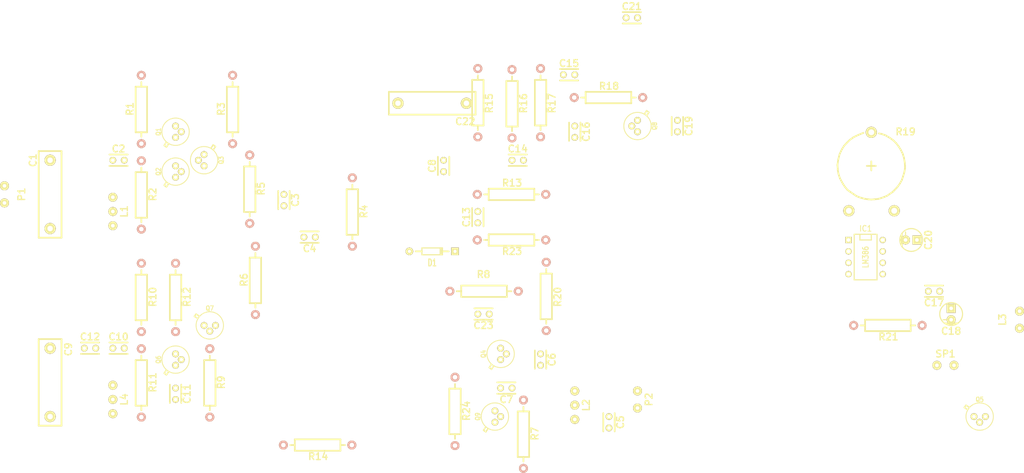
<source format=kicad_pcb>
(kicad_pcb (version 4) (host pcbnew "(2014-08-05 BZR 5054)-product")

  (general
    (links 109)
    (no_connects 109)
    (area 105.334999 27.864999 247.725001 97.865001)
    (thickness 1.6)
    (drawings 0)
    (tracks 0)
    (zones 0)
    (modules 64)
    (nets 38)
  )

  (page A4)
  (layers
    (0 F.Cu signal)
    (31 B.Cu signal)
    (32 B.Adhes user)
    (33 F.Adhes user)
    (34 B.Paste user)
    (35 F.Paste user)
    (36 B.SilkS user)
    (37 F.SilkS user)
    (38 B.Mask user)
    (39 F.Mask user)
    (40 Dwgs.User user)
    (41 Cmts.User user)
    (42 Eco1.User user)
    (43 Eco2.User user)
    (44 Edge.Cuts user)
    (45 Margin user)
    (46 B.CrtYd user)
    (47 F.CrtYd user)
    (48 B.Fab user)
    (49 F.Fab user)
  )

  (setup
    (last_trace_width 0.254)
    (user_trace_width 0.254)
    (user_trace_width 0.508)
    (user_trace_width 1.27)
    (user_trace_width 2.032)
    (user_trace_width 2.54)
    (user_trace_width 3.81)
    (user_trace_width 5.08)
    (trace_clearance 0.254)
    (zone_clearance 0.508)
    (zone_45_only yes)
    (trace_min 0.254)
    (segment_width 0.2)
    (edge_width 0.15)
    (via_size 0.889)
    (via_drill 0.635)
    (via_min_size 0.889)
    (via_min_drill 0.508)
    (uvia_size 0.508)
    (uvia_drill 0.127)
    (uvias_allowed no)
    (uvia_min_size 0.508)
    (uvia_min_drill 0.127)
    (pcb_text_width 0.3)
    (pcb_text_size 1 1)
    (mod_edge_width 0.15)
    (mod_text_size 1 1)
    (mod_text_width 0.15)
    (pad_size 1.99898 1.99898)
    (pad_drill 0.8001)
    (pad_to_mask_clearance 0)
    (aux_axis_origin 0 0)
    (visible_elements FFFFFF7F)
    (pcbplotparams
      (layerselection 0x00030_80000001)
      (usegerberextensions false)
      (excludeedgelayer true)
      (linewidth 0.100000)
      (plotframeref false)
      (viasonmask false)
      (mode 1)
      (useauxorigin false)
      (hpglpennumber 1)
      (hpglpenspeed 20)
      (hpglpendiameter 15)
      (hpglpenoverlay 2)
      (psnegative false)
      (psa4output false)
      (plotreference true)
      (plotvalue true)
      (plotinvisibletext false)
      (padsonsilk false)
      (subtractmaskfromsilk false)
      (outputformat 1)
      (mirror false)
      (drillshape 1)
      (scaleselection 1)
      (outputdirectory ""))
  )

  (net 0 "")
  (net 1 "Net-(C3-Pad1)")
  (net 2 "Net-(C2-Pad2)")
  (net 3 VCC)
  (net 4 GND)
  (net 5 "Net-(Q3-Pad1)")
  (net 6 "Net-(Q3-Pad3)")
  (net 7 "Net-(C13-Pad1)")
  (net 8 "Net-(Q2-Pad1)")
  (net 9 "Net-(C6-Pad1)")
  (net 10 "Net-(C7-Pad2)")
  (net 11 "Net-(C22-Pad1)")
  (net 12 "Net-(Q5-Pad1)")
  (net 13 "Net-(C10-Pad2)")
  (net 14 "Net-(C11-Pad1)")
  (net 15 "Net-(Q7-Pad1)")
  (net 16 "Net-(C16-Pad1)")
  (net 17 "Net-(C15-Pad1)")
  (net 18 "Net-(C1-Pad1)")
  (net 19 "Net-(C3-Pad2)")
  (net 20 "Net-(C4-Pad1)")
  (net 21 "Net-(C5-Pad1)")
  (net 22 "Net-(C6-Pad2)")
  (net 23 "Net-(C7-Pad1)")
  (net 24 "Net-(C10-Pad1)")
  (net 25 "Net-(C11-Pad2)")
  (net 26 "Net-(C13-Pad2)")
  (net 27 "Net-(C14-Pad1)")
  (net 28 "Net-(C15-Pad2)")
  (net 29 "Net-(C17-Pad1)")
  (net 30 "Net-(C17-Pad2)")
  (net 31 "Net-(C19-Pad2)")
  (net 32 "Net-(C20-Pad1)")
  (net 33 "Net-(C20-Pad2)")
  (net 34 "Net-(C21-Pad2)")
  (net 35 "Net-(C23-Pad1)")
  (net 36 "Net-(IC1-Pad1)")
  (net 37 "Net-(C18-Pad2)")

  (net_class Default "This is the default net class."
    (clearance 0.254)
    (trace_width 0.254)
    (via_dia 0.889)
    (via_drill 0.635)
    (uvia_dia 0.508)
    (uvia_drill 0.127)
    (add_net GND)
    (add_net "Net-(C1-Pad1)")
    (add_net "Net-(C10-Pad1)")
    (add_net "Net-(C10-Pad2)")
    (add_net "Net-(C11-Pad1)")
    (add_net "Net-(C11-Pad2)")
    (add_net "Net-(C13-Pad1)")
    (add_net "Net-(C13-Pad2)")
    (add_net "Net-(C14-Pad1)")
    (add_net "Net-(C15-Pad1)")
    (add_net "Net-(C15-Pad2)")
    (add_net "Net-(C16-Pad1)")
    (add_net "Net-(C17-Pad1)")
    (add_net "Net-(C17-Pad2)")
    (add_net "Net-(C18-Pad2)")
    (add_net "Net-(C19-Pad2)")
    (add_net "Net-(C2-Pad2)")
    (add_net "Net-(C20-Pad1)")
    (add_net "Net-(C20-Pad2)")
    (add_net "Net-(C21-Pad2)")
    (add_net "Net-(C22-Pad1)")
    (add_net "Net-(C23-Pad1)")
    (add_net "Net-(C3-Pad1)")
    (add_net "Net-(C3-Pad2)")
    (add_net "Net-(C4-Pad1)")
    (add_net "Net-(C5-Pad1)")
    (add_net "Net-(C6-Pad1)")
    (add_net "Net-(C6-Pad2)")
    (add_net "Net-(C7-Pad1)")
    (add_net "Net-(C7-Pad2)")
    (add_net "Net-(IC1-Pad1)")
    (add_net "Net-(Q2-Pad1)")
    (add_net "Net-(Q3-Pad1)")
    (add_net "Net-(Q3-Pad3)")
    (add_net "Net-(Q5-Pad1)")
    (add_net "Net-(Q7-Pad1)")
    (add_net VCC)
  )

  (net_class Signal ""
    (clearance 0.254)
    (trace_width 0.635)
    (via_dia 0.889)
    (via_drill 0.635)
    (uvia_dia 0.508)
    (uvia_drill 0.127)
  )

  (module Discret:TO18EBC (layer F.Cu) (tedit 53E8BE0B) (tstamp 53E8BE1F)
    (at 57.15 86.36 90)
    (descr "Transistor TO18")
    (tags TO18)
    (path /53E8C891)
    (fp_text reference Q1 (at 0 -3.81 90) (layer F.SilkS)
      (effects (font (size 1.016 0.889) (thickness 0.2032)))
    )
    (fp_text value 2N2222 (at 0 -3.81 90) (layer F.SilkS) hide
      (effects (font (size 1.016 0.889) (thickness 0.2032)))
    )
    (fp_circle (center 0 0) (end -3.048 0) (layer F.SilkS) (width 0.2032))
    (fp_line (start -2.667 -1.524) (end -3.429 -2.032) (layer F.SilkS) (width 0.3048))
    (fp_line (start -3.429 -2.032) (end -3.048 -2.54) (layer F.SilkS) (width 0.3048))
    (fp_line (start -3.048 -2.54) (end -2.286 -2.032) (layer F.SilkS) (width 0.3048))
    (pad 2 thru_hole circle (at 0 1.27 90) (size 1.524 1.524) (drill 0.7874) (layers *.Cu *.Mask F.SilkS)
      (net 2 "Net-(C2-Pad2)"))
    (pad 3 thru_hole circle (at 1.27 0 90) (size 1.524 1.524) (drill 0.7874) (layers *.Cu *.Mask F.SilkS)
      (net 3 VCC))
    (pad 1 thru_hole circle (at -1.27 0 90) (size 1.524 1.524) (drill 0.7874) (layers *.Cu *.Mask F.SilkS)
      (net 1 "Net-(C3-Pad1)"))
    (model discret/to18.wrl
      (at (xyz 0 0 0))
      (scale (xyz 1 1 1))
      (rotate (xyz 0 0 0))
    )
  )

  (module Discret:TO18EBC (layer F.Cu) (tedit 53E8BF1F) (tstamp 53E8BF33)
    (at 128.27 149.86 90)
    (descr "Transistor TO18")
    (tags TO18)
    (path /53BAF0E9)
    (fp_text reference Q9 (at 0 -3.81 90) (layer F.SilkS)
      (effects (font (size 1.016 0.889) (thickness 0.2032)))
    )
    (fp_text value 2N2222 (at 0 -3.81 90) (layer F.SilkS) hide
      (effects (font (size 1.016 0.889) (thickness 0.2032)))
    )
    (fp_circle (center 0 0) (end -3.048 0) (layer F.SilkS) (width 0.2032))
    (fp_line (start -2.667 -1.524) (end -3.429 -2.032) (layer F.SilkS) (width 0.3048))
    (fp_line (start -3.429 -2.032) (end -3.048 -2.54) (layer F.SilkS) (width 0.3048))
    (fp_line (start -3.048 -2.54) (end -2.286 -2.032) (layer F.SilkS) (width 0.3048))
    (pad 2 thru_hole circle (at 0 1.27 90) (size 1.524 1.524) (drill 0.7874) (layers *.Cu *.Mask F.SilkS)
      (net 6 "Net-(Q3-Pad3)"))
    (pad 3 thru_hole circle (at 1.27 0 90) (size 1.524 1.524) (drill 0.7874) (layers *.Cu *.Mask F.SilkS)
      (net 7 "Net-(C13-Pad1)"))
    (pad 1 thru_hole circle (at -1.27 0 90) (size 1.524 1.524) (drill 0.7874) (layers *.Cu *.Mask F.SilkS)
      (net 4 GND))
    (model discret/to18.wrl
      (at (xyz 0 0 0))
      (scale (xyz 1 1 1))
      (rotate (xyz 0 0 0))
    )
  )

  (module Discret:TO18EBC (layer F.Cu) (tedit 53E8C0DC) (tstamp 53E8C12C)
    (at 57.15 95.25 90)
    (descr "Transistor TO18")
    (tags TO18)
    (path /53E8C688)
    (fp_text reference Q2 (at 0 -3.81 90) (layer F.SilkS)
      (effects (font (size 1.016 0.889) (thickness 0.2032)))
    )
    (fp_text value 2N2222 (at 0 -3.81 90) (layer F.SilkS) hide
      (effects (font (size 1.016 0.889) (thickness 0.2032)))
    )
    (fp_circle (center 0 0) (end -3.048 0) (layer F.SilkS) (width 0.2032))
    (fp_line (start -2.667 -1.524) (end -3.429 -2.032) (layer F.SilkS) (width 0.3048))
    (fp_line (start -3.429 -2.032) (end -3.048 -2.54) (layer F.SilkS) (width 0.3048))
    (fp_line (start -3.048 -2.54) (end -2.286 -2.032) (layer F.SilkS) (width 0.3048))
    (pad 2 thru_hole circle (at 0 1.27 90) (size 1.524 1.524) (drill 0.7874) (layers *.Cu *.Mask F.SilkS)
      (net 4 GND))
    (pad 3 thru_hole circle (at 1.27 0 90) (size 1.524 1.524) (drill 0.7874) (layers *.Cu *.Mask F.SilkS)
      (net 1 "Net-(C3-Pad1)"))
    (pad 1 thru_hole circle (at -1.27 0 90) (size 1.524 1.524) (drill 0.7874) (layers *.Cu *.Mask F.SilkS)
      (net 8 "Net-(Q2-Pad1)"))
    (model discret/to18.wrl
      (at (xyz 0 0 0))
      (scale (xyz 1 1 1))
      (rotate (xyz 0 0 0))
    )
  )

  (module Discret:TO18EBC (layer F.Cu) (tedit 53E8C0DC) (tstamp 53E8C136)
    (at 63.5 92.71 270)
    (descr "Transistor TO18")
    (tags TO18)
    (path /53E8CCEF)
    (fp_text reference Q3 (at 0 -3.81 270) (layer F.SilkS)
      (effects (font (size 1.016 0.889) (thickness 0.2032)))
    )
    (fp_text value PN3640 (at 0 -3.81 270) (layer F.SilkS) hide
      (effects (font (size 1.016 0.889) (thickness 0.2032)))
    )
    (fp_circle (center 0 0) (end -3.048 0) (layer F.SilkS) (width 0.2032))
    (fp_line (start -2.667 -1.524) (end -3.429 -2.032) (layer F.SilkS) (width 0.3048))
    (fp_line (start -3.429 -2.032) (end -3.048 -2.54) (layer F.SilkS) (width 0.3048))
    (fp_line (start -3.048 -2.54) (end -2.286 -2.032) (layer F.SilkS) (width 0.3048))
    (pad 2 thru_hole circle (at 0 1.27 270) (size 1.524 1.524) (drill 0.7874) (layers *.Cu *.Mask F.SilkS)
      (net 1 "Net-(C3-Pad1)"))
    (pad 3 thru_hole circle (at 1.27 0 270) (size 1.524 1.524) (drill 0.7874) (layers *.Cu *.Mask F.SilkS)
      (net 6 "Net-(Q3-Pad3)"))
    (pad 1 thru_hole circle (at -1.27 0 270) (size 1.524 1.524) (drill 0.7874) (layers *.Cu *.Mask F.SilkS)
      (net 5 "Net-(Q3-Pad1)"))
    (model discret/to18.wrl
      (at (xyz 0 0 0))
      (scale (xyz 1 1 1))
      (rotate (xyz 0 0 0))
    )
  )

  (module Discret:TO18EBC (layer F.Cu) (tedit 53E8C0DC) (tstamp 53E8C14A)
    (at 129.54 135.89 90)
    (descr "Transistor TO18")
    (tags TO18)
    (path /53BAFBFE)
    (fp_text reference Q4 (at 0 -3.81 90) (layer F.SilkS)
      (effects (font (size 1.016 0.889) (thickness 0.2032)))
    )
    (fp_text value 2N2222 (at 0 -3.81 90) (layer F.SilkS) hide
      (effects (font (size 1.016 0.889) (thickness 0.2032)))
    )
    (fp_circle (center 0 0) (end -3.048 0) (layer F.SilkS) (width 0.2032))
    (fp_line (start -2.667 -1.524) (end -3.429 -2.032) (layer F.SilkS) (width 0.3048))
    (fp_line (start -3.429 -2.032) (end -3.048 -2.54) (layer F.SilkS) (width 0.3048))
    (fp_line (start -3.048 -2.54) (end -2.286 -2.032) (layer F.SilkS) (width 0.3048))
    (pad 2 thru_hole circle (at 0 1.27 90) (size 1.524 1.524) (drill 0.7874) (layers *.Cu *.Mask F.SilkS)
      (net 9 "Net-(C6-Pad1)"))
    (pad 3 thru_hole circle (at 1.27 0 90) (size 1.524 1.524) (drill 0.7874) (layers *.Cu *.Mask F.SilkS)
      (net 3 VCC))
    (pad 1 thru_hole circle (at -1.27 0 90) (size 1.524 1.524) (drill 0.7874) (layers *.Cu *.Mask F.SilkS)
      (net 10 "Net-(C7-Pad2)"))
    (model discret/to18.wrl
      (at (xyz 0 0 0))
      (scale (xyz 1 1 1))
      (rotate (xyz 0 0 0))
    )
  )

  (module Discret:TO18EBC (layer F.Cu) (tedit 53E8C0DC) (tstamp 53E8C155)
    (at 236.22 149.86)
    (descr "Transistor TO18")
    (tags TO18)
    (path /53BAFA03)
    (fp_text reference Q5 (at 0 -3.81) (layer F.SilkS)
      (effects (font (size 1.016 0.889) (thickness 0.2032)))
    )
    (fp_text value PN3640 (at 0 -3.81) (layer F.SilkS) hide
      (effects (font (size 1.016 0.889) (thickness 0.2032)))
    )
    (fp_circle (center 0 0) (end -3.048 0) (layer F.SilkS) (width 0.2032))
    (fp_line (start -2.667 -1.524) (end -3.429 -2.032) (layer F.SilkS) (width 0.3048))
    (fp_line (start -3.429 -2.032) (end -3.048 -2.54) (layer F.SilkS) (width 0.3048))
    (fp_line (start -3.048 -2.54) (end -2.286 -2.032) (layer F.SilkS) (width 0.3048))
    (pad 2 thru_hole circle (at 0 1.27) (size 1.524 1.524) (drill 0.7874) (layers *.Cu *.Mask F.SilkS)
      (net 10 "Net-(C7-Pad2)"))
    (pad 3 thru_hole circle (at 1.27 0) (size 1.524 1.524) (drill 0.7874) (layers *.Cu *.Mask F.SilkS)
      (net 11 "Net-(C22-Pad1)"))
    (pad 1 thru_hole circle (at -1.27 0) (size 1.524 1.524) (drill 0.7874) (layers *.Cu *.Mask F.SilkS)
      (net 12 "Net-(Q5-Pad1)"))
    (model discret/to18.wrl
      (at (xyz 0 0 0))
      (scale (xyz 1 1 1))
      (rotate (xyz 0 0 0))
    )
  )

  (module Discret:TO18EBC (layer F.Cu) (tedit 53E8C0DC) (tstamp 53E8C160)
    (at 57.15 137.16 90)
    (descr "Transistor TO18")
    (tags TO18)
    (path /53BAF649)
    (fp_text reference Q6 (at 0 -3.81 90) (layer F.SilkS)
      (effects (font (size 1.016 0.889) (thickness 0.2032)))
    )
    (fp_text value 2N2222 (at 0 -3.81 90) (layer F.SilkS) hide
      (effects (font (size 1.016 0.889) (thickness 0.2032)))
    )
    (fp_circle (center 0 0) (end -3.048 0) (layer F.SilkS) (width 0.2032))
    (fp_line (start -2.667 -1.524) (end -3.429 -2.032) (layer F.SilkS) (width 0.3048))
    (fp_line (start -3.429 -2.032) (end -3.048 -2.54) (layer F.SilkS) (width 0.3048))
    (fp_line (start -3.048 -2.54) (end -2.286 -2.032) (layer F.SilkS) (width 0.3048))
    (pad 2 thru_hole circle (at 0 1.27 90) (size 1.524 1.524) (drill 0.7874) (layers *.Cu *.Mask F.SilkS)
      (net 13 "Net-(C10-Pad2)"))
    (pad 3 thru_hole circle (at 1.27 0 90) (size 1.524 1.524) (drill 0.7874) (layers *.Cu *.Mask F.SilkS)
      (net 3 VCC))
    (pad 1 thru_hole circle (at -1.27 0 90) (size 1.524 1.524) (drill 0.7874) (layers *.Cu *.Mask F.SilkS)
      (net 14 "Net-(C11-Pad1)"))
    (model discret/to18.wrl
      (at (xyz 0 0 0))
      (scale (xyz 1 1 1))
      (rotate (xyz 0 0 0))
    )
  )

  (module Discret:TO18EBC (layer F.Cu) (tedit 53E8C0DC) (tstamp 53E8C16B)
    (at 64.77 129.54)
    (descr "Transistor TO18")
    (tags TO18)
    (path /53BAF764)
    (fp_text reference Q7 (at 0 -3.81) (layer F.SilkS)
      (effects (font (size 1.016 0.889) (thickness 0.2032)))
    )
    (fp_text value PN3640 (at 0 -3.81) (layer F.SilkS) hide
      (effects (font (size 1.016 0.889) (thickness 0.2032)))
    )
    (fp_circle (center 0 0) (end -3.048 0) (layer F.SilkS) (width 0.2032))
    (fp_line (start -2.667 -1.524) (end -3.429 -2.032) (layer F.SilkS) (width 0.3048))
    (fp_line (start -3.429 -2.032) (end -3.048 -2.54) (layer F.SilkS) (width 0.3048))
    (fp_line (start -3.048 -2.54) (end -2.286 -2.032) (layer F.SilkS) (width 0.3048))
    (pad 2 thru_hole circle (at 0 1.27) (size 1.524 1.524) (drill 0.7874) (layers *.Cu *.Mask F.SilkS)
      (net 14 "Net-(C11-Pad1)"))
    (pad 3 thru_hole circle (at 1.27 0) (size 1.524 1.524) (drill 0.7874) (layers *.Cu *.Mask F.SilkS)
      (net 6 "Net-(Q3-Pad3)"))
    (pad 1 thru_hole circle (at -1.27 0) (size 1.524 1.524) (drill 0.7874) (layers *.Cu *.Mask F.SilkS)
      (net 15 "Net-(Q7-Pad1)"))
    (model discret/to18.wrl
      (at (xyz 0 0 0))
      (scale (xyz 1 1 1))
      (rotate (xyz 0 0 0))
    )
  )

  (module Discret:TO18EBC (layer F.Cu) (tedit 53E8C0DC) (tstamp 53E8C176)
    (at 160.02 85.09 270)
    (descr "Transistor TO18")
    (tags TO18)
    (path /53BB016C)
    (fp_text reference Q8 (at 0 -3.81 270) (layer F.SilkS)
      (effects (font (size 1.016 0.889) (thickness 0.2032)))
    )
    (fp_text value PN5089 (at 0 -3.81 270) (layer F.SilkS) hide
      (effects (font (size 1.016 0.889) (thickness 0.2032)))
    )
    (fp_circle (center 0 0) (end -3.048 0) (layer F.SilkS) (width 0.2032))
    (fp_line (start -2.667 -1.524) (end -3.429 -2.032) (layer F.SilkS) (width 0.3048))
    (fp_line (start -3.429 -2.032) (end -3.048 -2.54) (layer F.SilkS) (width 0.3048))
    (fp_line (start -3.048 -2.54) (end -2.286 -2.032) (layer F.SilkS) (width 0.3048))
    (pad 2 thru_hole circle (at 0 1.27 270) (size 1.524 1.524) (drill 0.7874) (layers *.Cu *.Mask F.SilkS)
      (net 16 "Net-(C16-Pad1)"))
    (pad 3 thru_hole circle (at 1.27 0 270) (size 1.524 1.524) (drill 0.7874) (layers *.Cu *.Mask F.SilkS)
      (net 3 VCC))
    (pad 1 thru_hole circle (at -1.27 0 270) (size 1.524 1.524) (drill 0.7874) (layers *.Cu *.Mask F.SilkS)
      (net 17 "Net-(C15-Pad1)"))
    (model discret/to18.wrl
      (at (xyz 0 0 0))
      (scale (xyz 1 1 1))
      (rotate (xyz 0 0 0))
    )
  )

  (module Capacitors_ThroughHole:Capacitor4x3RM2.5 (layer F.Cu) (tedit 53EA3322) (tstamp 53E8C616)
    (at 43.18 92.71)
    (descr "Capacitor 4mm x 2,5mm RM 2,5mm")
    (tags "Capacitor Kondensator")
    (path /53BAE75B)
    (fp_text reference C2 (at 1.27 -2.54) (layer F.SilkS)
      (effects (font (thickness 0.3048)))
    )
    (fp_text value 4.7pF (at 0.254 3.048) (layer F.SilkS) hide
      (effects (font (thickness 0.3048)))
    )
    (fp_line (start 3.302 -1.27) (end -0.762 -1.27) (layer F.SilkS) (width 0.381))
    (fp_line (start -0.762 1.27) (end 3.302 1.27) (layer F.SilkS) (width 0.381))
    (pad 1 thru_hole circle (at 0 0) (size 1.50114 1.50114) (drill 0.8001) (layers *.Cu *.Mask F.SilkS)
      (net 18 "Net-(C1-Pad1)"))
    (pad 2 thru_hole circle (at 2.54 0) (size 1.50114 1.50114) (drill 0.8001) (layers *.Cu *.Mask F.SilkS)
      (net 2 "Net-(C2-Pad2)"))
  )

  (module Capacitors_ThroughHole:Capacitor4x3RM2.5 (layer F.Cu) (tedit 53EA32CD) (tstamp 53E8C61E)
    (at 81.28 100.33 270)
    (descr "Capacitor 4mm x 2,5mm RM 2,5mm")
    (tags "Capacitor Kondensator")
    (path /53BAEA21)
    (fp_text reference C3 (at 1.27 -2.54 270) (layer F.SilkS)
      (effects (font (thickness 0.3048)))
    )
    (fp_text value 10nF (at 0.254 3.048 270) (layer F.SilkS) hide
      (effects (font (thickness 0.3048)))
    )
    (fp_line (start 3.302 -1.27) (end -0.762 -1.27) (layer F.SilkS) (width 0.381))
    (fp_line (start -0.762 1.27) (end 3.302 1.27) (layer F.SilkS) (width 0.381))
    (pad 1 thru_hole circle (at 0 0 270) (size 1.50114 1.50114) (drill 0.8001) (layers *.Cu *.Mask F.SilkS)
      (net 1 "Net-(C3-Pad1)"))
    (pad 2 thru_hole circle (at 2.54 0 270) (size 1.50114 1.50114) (drill 0.8001) (layers *.Cu *.Mask F.SilkS)
      (net 19 "Net-(C3-Pad2)"))
  )

  (module Capacitors_ThroughHole:Capacitor4x3RM2.5 (layer F.Cu) (tedit 53EA3513) (tstamp 53E8C626)
    (at 88.265 109.855 180)
    (descr "Capacitor 4mm x 2,5mm RM 2,5mm")
    (tags "Capacitor Kondensator")
    (path /53BAF88E)
    (fp_text reference C4 (at 1.27 -2.54 180) (layer F.SilkS)
      (effects (font (thickness 0.3048)))
    )
    (fp_text value 10nF (at 0.254 3.048 180) (layer F.SilkS) hide
      (effects (font (thickness 0.3048)))
    )
    (fp_line (start 3.302 -1.27) (end -0.762 -1.27) (layer F.SilkS) (width 0.381))
    (fp_line (start -0.762 1.27) (end 3.302 1.27) (layer F.SilkS) (width 0.381))
    (pad 1 thru_hole circle (at 0 0 180) (size 1.50114 1.50114) (drill 0.8001) (layers *.Cu *.Mask F.SilkS)
      (net 20 "Net-(C4-Pad1)"))
    (pad 2 thru_hole circle (at 2.54 0 180) (size 1.50114 1.50114) (drill 0.8001) (layers *.Cu *.Mask F.SilkS)
      (net 4 GND))
  )

  (module Capacitors_ThroughHole:Capacitor4x3RM2.5 (layer F.Cu) (tedit 53EA4B26) (tstamp 53E8C62E)
    (at 153.67 149.86 270)
    (descr "Capacitor 4mm x 2,5mm RM 2,5mm")
    (tags "Capacitor Kondensator")
    (path /53BAFE26)
    (fp_text reference C5 (at 1.27 -2.54 270) (layer F.SilkS)
      (effects (font (thickness 0.3048)))
    )
    (fp_text value 2-10pF (at 0.254 3.048 270) (layer F.SilkS) hide
      (effects (font (thickness 0.3048)))
    )
    (fp_line (start 3.302 -1.27) (end -0.762 -1.27) (layer F.SilkS) (width 0.381))
    (fp_line (start -0.762 1.27) (end 3.302 1.27) (layer F.SilkS) (width 0.381))
    (pad 1 thru_hole circle (at 0 0 270) (size 1.50114 1.50114) (drill 0.8001) (layers *.Cu *.Mask F.SilkS)
      (net 21 "Net-(C5-Pad1)"))
    (pad 2 thru_hole circle (at 2.54 0 270) (size 1.50114 1.50114) (drill 0.8001) (layers *.Cu *.Mask F.SilkS)
      (net 4 GND))
  )

  (module Capacitors_ThroughHole:Capacitor4x3RM2.5 (layer F.Cu) (tedit 53EA3A42) (tstamp 53E8C636)
    (at 138.43 135.89 270)
    (descr "Capacitor 4mm x 2,5mm RM 2,5mm")
    (tags "Capacitor Kondensator")
    (path /53BAFCFD)
    (fp_text reference C6 (at 1.27 -2.54 270) (layer F.SilkS)
      (effects (font (thickness 0.3048)))
    )
    (fp_text value 4.7pF (at 0.254 3.048 270) (layer F.SilkS) hide
      (effects (font (thickness 0.3048)))
    )
    (fp_line (start 3.302 -1.27) (end -0.762 -1.27) (layer F.SilkS) (width 0.381))
    (fp_line (start -0.762 1.27) (end 3.302 1.27) (layer F.SilkS) (width 0.381))
    (pad 1 thru_hole circle (at 0 0 270) (size 1.50114 1.50114) (drill 0.8001) (layers *.Cu *.Mask F.SilkS)
      (net 9 "Net-(C6-Pad1)"))
    (pad 2 thru_hole circle (at 2.54 0 270) (size 1.50114 1.50114) (drill 0.8001) (layers *.Cu *.Mask F.SilkS)
      (net 22 "Net-(C6-Pad2)"))
  )

  (module Capacitors_ThroughHole:Capacitor4x3RM2.5 (layer F.Cu) (tedit 53EA572F) (tstamp 53E8C63E)
    (at 132.08 143.51 180)
    (descr "Capacitor 4mm x 2,5mm RM 2,5mm")
    (tags "Capacitor Kondensator")
    (path /53BAFD75)
    (fp_text reference C7 (at 1.27 -2.54 180) (layer F.SilkS)
      (effects (font (thickness 0.3048)))
    )
    (fp_text value 10nF (at 0.254 3.048 180) (layer F.SilkS) hide
      (effects (font (thickness 0.3048)))
    )
    (fp_line (start 3.302 -1.27) (end -0.762 -1.27) (layer F.SilkS) (width 0.381))
    (fp_line (start -0.762 1.27) (end 3.302 1.27) (layer F.SilkS) (width 0.381))
    (pad 1 thru_hole circle (at 0 0 180) (size 1.50114 1.50114) (drill 0.8001) (layers *.Cu *.Mask F.SilkS)
      (net 23 "Net-(C7-Pad1)"))
    (pad 2 thru_hole circle (at 2.54 0 180) (size 1.50114 1.50114) (drill 0.8001) (layers *.Cu *.Mask F.SilkS)
      (net 10 "Net-(C7-Pad2)"))
  )

  (module Capacitors_ThroughHole:Capacitor4x3RM2.5 (layer F.Cu) (tedit 53EA371B) (tstamp 53E8C646)
    (at 43.18 134.62)
    (descr "Capacitor 4mm x 2,5mm RM 2,5mm")
    (tags "Capacitor Kondensator")
    (path /53BAF525)
    (fp_text reference C10 (at 1.27 -2.54) (layer F.SilkS)
      (effects (font (thickness 0.3048)))
    )
    (fp_text value 4.7pF (at 0.254 3.048) (layer F.SilkS) hide
      (effects (font (thickness 0.3048)))
    )
    (fp_line (start 3.302 -1.27) (end -0.762 -1.27) (layer F.SilkS) (width 0.381))
    (fp_line (start -0.762 1.27) (end 3.302 1.27) (layer F.SilkS) (width 0.381))
    (pad 1 thru_hole circle (at 0 0) (size 1.50114 1.50114) (drill 0.8001) (layers *.Cu *.Mask F.SilkS)
      (net 24 "Net-(C10-Pad1)"))
    (pad 2 thru_hole circle (at 2.54 0) (size 1.50114 1.50114) (drill 0.8001) (layers *.Cu *.Mask F.SilkS)
      (net 13 "Net-(C10-Pad2)"))
  )

  (module Capacitors_ThroughHole:Capacitor4x3RM2.5 (layer F.Cu) (tedit 53EA3737) (tstamp 53E8C64E)
    (at 57.15 143.51 270)
    (descr "Capacitor 4mm x 2,5mm RM 2,5mm")
    (tags "Capacitor Kondensator")
    (path /53BAF6E6)
    (fp_text reference C11 (at 1.27 -2.54 270) (layer F.SilkS)
      (effects (font (thickness 0.3048)))
    )
    (fp_text value 10nF (at 0.254 3.048 270) (layer F.SilkS) hide
      (effects (font (thickness 0.3048)))
    )
    (fp_line (start 3.302 -1.27) (end -0.762 -1.27) (layer F.SilkS) (width 0.381))
    (fp_line (start -0.762 1.27) (end 3.302 1.27) (layer F.SilkS) (width 0.381))
    (pad 1 thru_hole circle (at 0 0 270) (size 1.50114 1.50114) (drill 0.8001) (layers *.Cu *.Mask F.SilkS)
      (net 14 "Net-(C11-Pad1)"))
    (pad 2 thru_hole circle (at 2.54 0 270) (size 1.50114 1.50114) (drill 0.8001) (layers *.Cu *.Mask F.SilkS)
      (net 25 "Net-(C11-Pad2)"))
  )

  (module Capacitors_ThroughHole:Capacitor4x3RM2.5 (layer F.Cu) (tedit 53EA61D9) (tstamp 53E8C656)
    (at 39.37 134.62 180)
    (descr "Capacitor 4mm x 2,5mm RM 2,5mm")
    (tags "Capacitor Kondensator")
    (path /53BAF456)
    (fp_text reference C12 (at 1.27 2.54 360) (layer F.SilkS)
      (effects (font (thickness 0.3048)))
    )
    (fp_text value 10pF (at 0.254 3.048 180) (layer F.SilkS) hide
      (effects (font (thickness 0.3048)))
    )
    (fp_line (start 3.302 -1.27) (end -0.762 -1.27) (layer F.SilkS) (width 0.381))
    (fp_line (start -0.762 1.27) (end 3.302 1.27) (layer F.SilkS) (width 0.381))
    (pad 1 thru_hole circle (at 0 0 180) (size 1.50114 1.50114) (drill 0.8001) (layers *.Cu *.Mask F.SilkS)
      (net 24 "Net-(C10-Pad1)"))
    (pad 2 thru_hole circle (at 2.54 0 180) (size 1.50114 1.50114) (drill 0.8001) (layers *.Cu *.Mask F.SilkS)
      (net 4 GND))
  )

  (module Capacitors_ThroughHole:Capacitor4x3RM2.5 (layer F.Cu) (tedit 53EA305E) (tstamp 53E8C65E)
    (at 124.46 106.68 90)
    (descr "Capacitor 4mm x 2,5mm RM 2,5mm")
    (tags "Capacitor Kondensator")
    (path /53BAFEEE)
    (fp_text reference C13 (at 1.27 -2.54 90) (layer F.SilkS)
      (effects (font (thickness 0.3048)))
    )
    (fp_text value 100nF (at 0.254 3.048 90) (layer F.SilkS) hide
      (effects (font (thickness 0.3048)))
    )
    (fp_line (start 3.302 -1.27) (end -0.762 -1.27) (layer F.SilkS) (width 0.381))
    (fp_line (start -0.762 1.27) (end 3.302 1.27) (layer F.SilkS) (width 0.381))
    (pad 1 thru_hole circle (at 0 0 90) (size 1.50114 1.50114) (drill 0.8001) (layers *.Cu *.Mask F.SilkS)
      (net 7 "Net-(C13-Pad1)"))
    (pad 2 thru_hole circle (at 2.54 0 90) (size 1.50114 1.50114) (drill 0.8001) (layers *.Cu *.Mask F.SilkS)
      (net 26 "Net-(C13-Pad2)"))
  )

  (module Capacitors_ThroughHole:Capacitor4x3RM2.5 (layer F.Cu) (tedit 53EA13D5) (tstamp 53E8C666)
    (at 132.08 92.71)
    (descr "Capacitor 4mm x 2,5mm RM 2,5mm")
    (tags "Capacitor Kondensator")
    (path /53BB004B)
    (fp_text reference C14 (at 1.27 -2.54) (layer F.SilkS)
      (effects (font (thickness 0.3048)))
    )
    (fp_text value 220pF (at 0.254 3.048) (layer F.SilkS) hide
      (effects (font (thickness 0.3048)))
    )
    (fp_line (start 3.302 -1.27) (end -0.762 -1.27) (layer F.SilkS) (width 0.381))
    (fp_line (start -0.762 1.27) (end 3.302 1.27) (layer F.SilkS) (width 0.381))
    (pad 1 thru_hole circle (at 0 0) (size 1.50114 1.50114) (drill 0.8001) (layers *.Cu *.Mask F.SilkS)
      (net 27 "Net-(C14-Pad1)"))
    (pad 2 thru_hole circle (at 2.54 0) (size 1.50114 1.50114) (drill 0.8001) (layers *.Cu *.Mask F.SilkS)
      (net 4 GND))
  )

  (module Capacitors_ThroughHole:Capacitor4x3RM2.5 (layer F.Cu) (tedit 53EA128A) (tstamp 53E8C66E)
    (at 146.05 73.66 180)
    (descr "Capacitor 4mm x 2,5mm RM 2,5mm")
    (tags "Capacitor Kondensator")
    (path /53BB058A)
    (fp_text reference C15 (at 1.27 2.54 180) (layer F.SilkS)
      (effects (font (thickness 0.3048)))
    )
    (fp_text value 560pF (at 0.254 3.048 180) (layer F.SilkS) hide
      (effects (font (thickness 0.3048)))
    )
    (fp_line (start 3.302 -1.27) (end -0.762 -1.27) (layer F.SilkS) (width 0.381))
    (fp_line (start -0.762 1.27) (end 3.302 1.27) (layer F.SilkS) (width 0.381))
    (pad 1 thru_hole circle (at 0 0 180) (size 1.50114 1.50114) (drill 0.8001) (layers *.Cu *.Mask F.SilkS)
      (net 17 "Net-(C15-Pad1)"))
    (pad 2 thru_hole circle (at 2.54 0 180) (size 1.50114 1.50114) (drill 0.8001) (layers *.Cu *.Mask F.SilkS)
      (net 28 "Net-(C15-Pad2)"))
  )

  (module Capacitors_ThroughHole:Capacitor4x3RM2.5 (layer F.Cu) (tedit 53EA0EE1) (tstamp 53E8C676)
    (at 146.05 85.09 270)
    (descr "Capacitor 4mm x 2,5mm RM 2,5mm")
    (tags "Capacitor Kondensator")
    (path /53BB00BF)
    (fp_text reference C16 (at 1.27 -2.54 270) (layer F.SilkS)
      (effects (font (thickness 0.3048)))
    )
    (fp_text value 33pF (at 0.254 3.048 270) (layer F.SilkS) hide
      (effects (font (thickness 0.3048)))
    )
    (fp_line (start 3.302 -1.27) (end -0.762 -1.27) (layer F.SilkS) (width 0.381))
    (fp_line (start -0.762 1.27) (end 3.302 1.27) (layer F.SilkS) (width 0.381))
    (pad 1 thru_hole circle (at 0 0 270) (size 1.50114 1.50114) (drill 0.8001) (layers *.Cu *.Mask F.SilkS)
      (net 16 "Net-(C16-Pad1)"))
    (pad 2 thru_hole circle (at 2.54 0 270) (size 1.50114 1.50114) (drill 0.8001) (layers *.Cu *.Mask F.SilkS)
      (net 4 GND))
  )

  (module Capacitors_ThroughHole:Capacitor4x3RM2.5 (layer F.Cu) (tedit 53EA0EEA) (tstamp 53E8C67E)
    (at 227.33 121.92 180)
    (descr "Capacitor 4mm x 2,5mm RM 2,5mm")
    (tags "Capacitor Kondensator")
    (path /53BB07B8)
    (fp_text reference C17 (at 1.27 -2.54 360) (layer F.SilkS)
      (effects (font (thickness 0.3048)))
    )
    (fp_text value 47nF (at 0.254 3.048 180) (layer F.SilkS) hide
      (effects (font (thickness 0.3048)))
    )
    (fp_line (start 3.302 -1.27) (end -0.762 -1.27) (layer F.SilkS) (width 0.381))
    (fp_line (start -0.762 1.27) (end 3.302 1.27) (layer F.SilkS) (width 0.381))
    (pad 1 thru_hole circle (at 0 0 180) (size 1.50114 1.50114) (drill 0.8001) (layers *.Cu *.Mask F.SilkS)
      (net 29 "Net-(C17-Pad1)"))
    (pad 2 thru_hole circle (at 2.54 0 180) (size 1.50114 1.50114) (drill 0.8001) (layers *.Cu *.Mask F.SilkS)
      (net 30 "Net-(C17-Pad2)"))
  )

  (module Capacitors_ThroughHole:Capacitor4x3RM2.5 (layer F.Cu) (tedit 53E8D02A) (tstamp 53E8C686)
    (at 168.91 83.82 270)
    (descr "Capacitor 4mm x 2,5mm RM 2,5mm")
    (tags "Capacitor Kondensator")
    (path /53BB061A)
    (fp_text reference C19 (at 1.27 -2.54 270) (layer F.SilkS)
      (effects (font (thickness 0.3048)))
    )
    (fp_text value 100nF (at 0.254 3.048 270) (layer F.SilkS) hide
      (effects (font (thickness 0.3048)))
    )
    (fp_line (start 3.302 -1.27) (end -0.762 -1.27) (layer F.SilkS) (width 0.381))
    (fp_line (start -0.762 1.27) (end 3.302 1.27) (layer F.SilkS) (width 0.381))
    (pad 1 thru_hole circle (at 0 0 270) (size 1.50114 1.50114) (drill 0.8001) (layers *.Cu *.Mask F.SilkS)
      (net 17 "Net-(C15-Pad1)"))
    (pad 2 thru_hole circle (at 2.54 0 270) (size 1.50114 1.50114) (drill 0.8001) (layers *.Cu *.Mask F.SilkS)
      (net 31 "Net-(C19-Pad2)"))
  )

  (module Capacitors_ThroughHole:Capacitor4x3RM2.5 (layer F.Cu) (tedit 53E8D021) (tstamp 53E8C696)
    (at 157.48 60.96)
    (descr "Capacitor 4mm x 2,5mm RM 2,5mm")
    (tags "Capacitor Kondensator")
    (path /53BB0653)
    (fp_text reference C21 (at 1.27 -2.54) (layer F.SilkS)
      (effects (font (thickness 0.3048)))
    )
    (fp_text value 100nF (at 0.254 3.048) (layer F.SilkS) hide
      (effects (font (thickness 0.3048)))
    )
    (fp_line (start 3.302 -1.27) (end -0.762 -1.27) (layer F.SilkS) (width 0.381))
    (fp_line (start -0.762 1.27) (end 3.302 1.27) (layer F.SilkS) (width 0.381))
    (pad 1 thru_hole circle (at 0 0) (size 1.50114 1.50114) (drill 0.8001) (layers *.Cu *.Mask F.SilkS)
      (net 4 GND))
    (pad 2 thru_hole circle (at 2.54 0) (size 1.50114 1.50114) (drill 0.8001) (layers *.Cu *.Mask F.SilkS)
      (net 34 "Net-(C21-Pad2)"))
  )

  (module Capacitors_ThroughHole:Capacitor4x3RM2.5 (layer F.Cu) (tedit 53EA39D2) (tstamp 53E8C69E)
    (at 127 127 180)
    (descr "Capacitor 4mm x 2,5mm RM 2,5mm")
    (tags "Capacitor Kondensator")
    (path /53BAFABB)
    (fp_text reference C23 (at 1.27 -2.54 180) (layer F.SilkS)
      (effects (font (thickness 0.3048)))
    )
    (fp_text value 1nF (at 0.254 3.048 180) (layer F.SilkS) hide
      (effects (font (thickness 0.3048)))
    )
    (fp_line (start 3.302 -1.27) (end -0.762 -1.27) (layer F.SilkS) (width 0.381))
    (fp_line (start -0.762 1.27) (end 3.302 1.27) (layer F.SilkS) (width 0.381))
    (pad 1 thru_hole circle (at 0 0 180) (size 1.50114 1.50114) (drill 0.8001) (layers *.Cu *.Mask F.SilkS)
      (net 35 "Net-(C23-Pad1)"))
    (pad 2 thru_hole circle (at 2.54 0 180) (size 1.50114 1.50114) (drill 0.8001) (layers *.Cu *.Mask F.SilkS)
      (net 3 VCC))
  )

  (module Diodes_ThroughHole:Diode_DO-35_SOD27_Horizontal_RM10 (layer F.Cu) (tedit 53E8C4EA) (tstamp 53E8C6AD)
    (at 114.3 113.03)
    (descr "Diode, DO-35,  SOD27, Horizontal, RM 10mm")
    (tags "Diode, DO-35, SOD27, Horizontal, RM 10mm, 1N4148,")
    (path /53BAF8EF)
    (fp_text reference D1 (at 0 2.54) (layer F.SilkS)
      (effects (font (size 1.524 1.016) (thickness 0.254)))
    )
    (fp_text value BAT54 (at -1.016 -3.556) (layer F.SilkS) hide
      (effects (font (size 1.524 1.016) (thickness 0.254)))
    )
    (fp_line (start -2.286 0) (end -3.683 0) (layer F.SilkS) (width 0.381))
    (fp_line (start 2.159 0) (end 3.683 0) (layer F.SilkS) (width 0.381))
    (fp_line (start 1.778 -0.762) (end 1.778 0.762) (layer F.SilkS) (width 0.254))
    (fp_line (start 2.032 -0.762) (end 2.032 0.762) (layer F.SilkS) (width 0.254))
    (fp_line (start 2.286 0) (end 2.286 0.762) (layer F.SilkS) (width 0.254))
    (fp_line (start 2.286 0.762) (end -2.286 0.762) (layer F.SilkS) (width 0.254))
    (fp_line (start -2.286 0.762) (end -2.286 -0.762) (layer F.SilkS) (width 0.254))
    (fp_line (start -2.286 -0.762) (end 2.286 -0.762) (layer F.SilkS) (width 0.254))
    (fp_line (start 2.286 -0.762) (end 2.286 0) (layer F.SilkS) (width 0.254))
    (pad 1 thru_hole circle (at -5.08 0) (size 1.69926 1.69926) (drill 0.70104) (layers *.Cu *.Mask F.SilkS)
      (net 20 "Net-(C4-Pad1)"))
    (pad 2 thru_hole rect (at 5.08 0) (size 1.69926 1.69926) (drill 0.70104) (layers *.Cu *.Mask F.SilkS)
      (net 11 "Net-(C22-Pad1)"))
    (model discret/diode.wrl
      (at (xyz 0 0 0))
      (scale (xyz 0.4000000059604645 0.4000000059604645 0.4000000059604645))
      (rotate (xyz 0 0 0))
    )
  )

  (module Sockets_DIP:DIP-8__300 (layer F.Cu) (tedit 53E8C4EA) (tstamp 53E8CE32)
    (at 210.82 114.3 270)
    (descr "8 pins DIL package, round pads")
    (tags DIL)
    (path /53BAE74A)
    (fp_text reference IC1 (at -6.35 0 360) (layer F.SilkS)
      (effects (font (size 1.27 1.143) (thickness 0.2032)))
    )
    (fp_text value LM386 (at 0 0 270) (layer F.SilkS)
      (effects (font (size 1.27 1.016) (thickness 0.2032)))
    )
    (fp_line (start -5.08 -1.27) (end -3.81 -1.27) (layer F.SilkS) (width 0.254))
    (fp_line (start -3.81 -1.27) (end -3.81 1.27) (layer F.SilkS) (width 0.254))
    (fp_line (start -3.81 1.27) (end -5.08 1.27) (layer F.SilkS) (width 0.254))
    (fp_line (start -5.08 -2.54) (end 5.08 -2.54) (layer F.SilkS) (width 0.254))
    (fp_line (start 5.08 -2.54) (end 5.08 2.54) (layer F.SilkS) (width 0.254))
    (fp_line (start 5.08 2.54) (end -5.08 2.54) (layer F.SilkS) (width 0.254))
    (fp_line (start -5.08 2.54) (end -5.08 -2.54) (layer F.SilkS) (width 0.254))
    (pad 1 thru_hole rect (at -3.81 3.81 270) (size 1.397 1.397) (drill 0.8128) (layers *.Cu *.Mask F.SilkS)
      (net 36 "Net-(IC1-Pad1)"))
    (pad 2 thru_hole circle (at -1.27 3.81 270) (size 1.397 1.397) (drill 0.8128) (layers *.Cu *.Mask F.SilkS)
      (net 34 "Net-(C21-Pad2)"))
    (pad 3 thru_hole circle (at 1.27 3.81 270) (size 1.397 1.397) (drill 0.8128) (layers *.Cu *.Mask F.SilkS)
      (net 31 "Net-(C19-Pad2)"))
    (pad 4 thru_hole circle (at 3.81 3.81 270) (size 1.397 1.397) (drill 0.8128) (layers *.Cu *.Mask F.SilkS)
      (net 4 GND))
    (pad 5 thru_hole circle (at 3.81 -3.81 270) (size 1.397 1.397) (drill 0.8128) (layers *.Cu *.Mask F.SilkS)
      (net 29 "Net-(C17-Pad1)"))
    (pad 6 thru_hole circle (at 1.27 -3.81 270) (size 1.397 1.397) (drill 0.8128) (layers *.Cu *.Mask F.SilkS)
      (net 3 VCC))
    (pad 7 thru_hole circle (at -1.27 -3.81 270) (size 1.397 1.397) (drill 0.8128) (layers *.Cu *.Mask F.SilkS))
    (pad 8 thru_hole circle (at -3.81 -3.81 270) (size 1.397 1.397) (drill 0.8128) (layers *.Cu *.Mask F.SilkS)
      (net 33 "Net-(C20-Pad2)"))
    (model dil/dil_8.wrl
      (at (xyz 0 0 0))
      (scale (xyz 1 1 1))
      (rotate (xyz 0 0 0))
    )
  )

  (module Wire_Pads:SolderWirePad_3x_0-8mmDrill (layer F.Cu) (tedit 53EA3263) (tstamp 53E8C6C7)
    (at 43.18 104.14 270)
    (path /53BB0E9A)
    (fp_text reference L1 (at 0 -2.54 270) (layer F.SilkS)
      (effects (font (thickness 0.3048)))
    )
    (fp_text value 31.6uH (at 0 2.54 270) (layer F.SilkS) hide
      (effects (font (size 1.50114 1.50114) (thickness 0.20066)))
    )
    (pad 1 thru_hole circle (at -3.175 0 270) (size 1.99898 1.99898) (drill 0.8001) (layers *.Cu *.Mask F.SilkS)
      (net 18 "Net-(C1-Pad1)"))
    (pad 3 thru_hole circle (at 0 0 270) (size 1.99898 1.99898) (drill 0.8001) (layers *.Cu *.Mask F.SilkS)
      (net 19 "Net-(C3-Pad2)"))
    (pad 2 thru_hole circle (at 3.175 0 270) (size 1.99898 1.99898) (drill 0.8001) (layers *.Cu *.Mask F.SilkS)
      (net 4 GND))
  )

  (module Wire_Pads:SolderWirePad_3x_0-8mmDrill (layer F.Cu) (tedit 53EA3281) (tstamp 53E8C6CE)
    (at 146.05 147.32 270)
    (path /53BB0ECE)
    (fp_text reference L2 (at 0 -2.54 270) (layer F.SilkS)
      (effects (font (thickness 0.3048)))
    )
    (fp_text value 56.3uH (at 0 2.54 270) (layer F.SilkS) hide
      (effects (font (size 1.50114 1.50114) (thickness 0.20066)))
    )
    (pad 1 thru_hole circle (at -3.175 0 270) (size 1.99898 1.99898) (drill 0.8001) (layers *.Cu *.Mask F.SilkS)
      (net 22 "Net-(C6-Pad2)"))
    (pad 3 thru_hole circle (at 0 0 270) (size 1.99898 1.99898) (drill 0.8001) (layers *.Cu *.Mask F.SilkS)
      (net 23 "Net-(C7-Pad1)"))
    (pad 2 thru_hole circle (at 3.175 0 270) (size 1.99898 1.99898) (drill 0.8001) (layers *.Cu *.Mask F.SilkS)
      (net 4 GND))
  )

  (module Wire_Pads:SolderWirePad_2x_0-8mmDrill (layer F.Cu) (tedit 53EA0A23) (tstamp 53E8C6D4)
    (at 245.11 128.27 90)
    (path /53BAF959)
    (fp_text reference L3 (at 0 -3.81 90) (layer F.SilkS)
      (effects (font (thickness 0.3048)))
    )
    (fp_text value 4.7uH (at 0.635 2.54 90) (layer F.SilkS) hide
      (effects (font (size 1.50114 1.50114) (thickness 0.20066)))
    )
    (pad 1 thru_hole circle (at -1.905 0 90) (size 1.99898 1.99898) (drill 0.8001) (layers *.Cu *.Mask F.SilkS)
      (net 11 "Net-(C22-Pad1)"))
    (pad 2 thru_hole circle (at 1.905 0 90) (size 1.99898 1.99898) (drill 0.8001) (layers *.Cu *.Mask F.SilkS)
      (net 4 GND))
  )

  (module Wire_Pads:SolderWirePad_3x_0-8mmDrill (layer F.Cu) (tedit 53EA3286) (tstamp 53E8C6DB)
    (at 43.18 146.05 270)
    (path /53BB0E65)
    (fp_text reference L4 (at 0 -2.54 270) (layer F.SilkS)
      (effects (font (thickness 0.3048)))
    )
    (fp_text value 5.3uH (at 0 2.54 270) (layer F.SilkS) hide
      (effects (font (size 1.50114 1.50114) (thickness 0.20066)))
    )
    (pad 1 thru_hole circle (at -3.175 0 270) (size 1.99898 1.99898) (drill 0.8001) (layers *.Cu *.Mask F.SilkS)
      (net 24 "Net-(C10-Pad1)"))
    (pad 3 thru_hole circle (at 0 0 270) (size 1.99898 1.99898) (drill 0.8001) (layers *.Cu *.Mask F.SilkS)
      (net 25 "Net-(C11-Pad2)"))
    (pad 2 thru_hole circle (at 3.175 0 270) (size 1.99898 1.99898) (drill 0.8001) (layers *.Cu *.Mask F.SilkS)
      (net 4 GND))
  )

  (module Capacitors_ThroughHole:Capacitor18x5RM15 (layer F.Cu) (tedit 53EA32E6) (tstamp 53E8C943)
    (at 29.21 92.71 270)
    (descr "Capacitor 18mm x 5mm RM 5mm")
    (tags "Capacitor Kondensator Folienkondensator")
    (path /53BAE6D1)
    (fp_text reference C1 (at 0 3.81 270) (layer F.SilkS)
      (effects (font (thickness 0.3048)))
    )
    (fp_text value 2-10pF (at 1.016 4.318 270) (layer F.SilkS) hide
      (effects (font (thickness 0.3048)))
    )
    (fp_line (start -2.032 2.54) (end -1.27 2.54) (layer F.SilkS) (width 0.381))
    (fp_line (start -1.27 -2.54) (end -2.032 -2.54) (layer F.SilkS) (width 0.381))
    (fp_line (start 17.272 2.54) (end 17.272 -2.54) (layer F.SilkS) (width 0.381))
    (fp_line (start 17.272 -2.54) (end -1.524 -2.54) (layer F.SilkS) (width 0.381))
    (fp_line (start -2.032 -2.54) (end -2.032 2.54) (layer F.SilkS) (width 0.381))
    (fp_line (start -1.524 2.54) (end 17.272 2.54) (layer F.SilkS) (width 0.381))
    (pad 1 thru_hole circle (at 0 0 270) (size 2.49936 2.49936) (drill 1.19888) (layers *.Cu *.Mask F.SilkS)
      (net 18 "Net-(C1-Pad1)"))
    (pad 2 thru_hole circle (at 15.24 0 270) (size 2.49936 2.49936) (drill 1.19888) (layers *.Cu *.Mask F.SilkS)
      (net 4 GND))
  )

  (module Capacitors_ThroughHole:Capacitor18x5RM15 (layer F.Cu) (tedit 53EA305B) (tstamp 53E8C95B)
    (at 29.21 134.62 270)
    (descr "Capacitor 18mm x 5mm RM 5mm")
    (tags "Capacitor Kondensator Folienkondensator")
    (path /53BAF442)
    (fp_text reference C9 (at 0.254 -4.064 270) (layer F.SilkS)
      (effects (font (thickness 0.3048)))
    )
    (fp_text value 2-10pF (at 1.016 4.318 270) (layer F.SilkS) hide
      (effects (font (thickness 0.3048)))
    )
    (fp_line (start -2.032 2.54) (end -1.27 2.54) (layer F.SilkS) (width 0.381))
    (fp_line (start -1.27 -2.54) (end -2.032 -2.54) (layer F.SilkS) (width 0.381))
    (fp_line (start 17.272 2.54) (end 17.272 -2.54) (layer F.SilkS) (width 0.381))
    (fp_line (start 17.272 -2.54) (end -1.524 -2.54) (layer F.SilkS) (width 0.381))
    (fp_line (start -2.032 -2.54) (end -2.032 2.54) (layer F.SilkS) (width 0.381))
    (fp_line (start -1.524 2.54) (end 17.272 2.54) (layer F.SilkS) (width 0.381))
    (pad 1 thru_hole circle (at 0 0 270) (size 2.49936 2.49936) (drill 1.19888) (layers *.Cu *.Mask F.SilkS)
      (net 24 "Net-(C10-Pad1)"))
    (pad 2 thru_hole circle (at 15.24 0 270) (size 2.49936 2.49936) (drill 1.19888) (layers *.Cu *.Mask F.SilkS)
      (net 4 GND))
  )

  (module Capacitors_ThroughHole:Capacitor5x11RM2.5 (layer F.Cu) (tedit 53EA0EFA) (tstamp 53E8C967)
    (at 229.87 127 180)
    (descr "Capacitor, pol, cyl 5x11mm")
    (path /53E92099)
    (fp_text reference C18 (at 0 -3.81 180) (layer F.SilkS)
      (effects (font (thickness 0.3048)))
    )
    (fp_text value 250uF (at 0 3.81 180) (layer F.SilkS) hide
      (effects (font (thickness 0.3048)))
    )
    (fp_line (start 0.889 -1.27) (end 1.778 -1.27) (layer F.SilkS) (width 0.254))
    (fp_line (start 1.016 -2.286) (end -1.016 -2.286) (layer F.SilkS) (width 0.254))
    (fp_line (start -1.016 -2.286) (end -1.016 -2.159) (layer F.SilkS) (width 0.254))
    (fp_line (start -1.016 -2.159) (end 1.016 -2.159) (layer F.SilkS) (width 0.254))
    (fp_line (start -1.524 -2.032) (end 1.524 -2.032) (layer F.SilkS) (width 0.254))
    (fp_circle (center 0 0) (end -2.54 0) (layer F.SilkS) (width 0.254))
    (pad 1 thru_hole rect (at 0 1.27 180) (size 1.99898 1.99898) (drill 0.8001) (layers *.Cu *.Mask F.SilkS)
      (net 29 "Net-(C17-Pad1)"))
    (pad 2 thru_hole circle (at 0 -1.27 180) (size 1.99898 1.99898) (drill 0.8001) (layers *.Cu *.Mask F.SilkS)
      (net 37 "Net-(C18-Pad2)"))
    (model discret/Capacitor/cp_5x11mm.wrl
      (at (xyz 0 0 0))
      (scale (xyz 1 1 1))
      (rotate (xyz 0 0 0))
    )
  )

  (module Capacitors_ThroughHole:Capacitor18x5RM15 (layer F.Cu) (tedit 53EA30D7) (tstamp 53EA4A95)
    (at 121.92 80.01 180)
    (descr "Capacitor 18mm x 5mm RM 5mm")
    (tags "Capacitor Kondensator Folienkondensator")
    (path /53BAF94E)
    (fp_text reference C22 (at 0.254 -4.064 180) (layer F.SilkS)
      (effects (font (thickness 0.3048)))
    )
    (fp_text value 2-10pF (at 1.016 4.318 180) (layer F.SilkS) hide
      (effects (font (thickness 0.3048)))
    )
    (fp_line (start -2.032 2.54) (end -1.27 2.54) (layer F.SilkS) (width 0.381))
    (fp_line (start -1.27 -2.54) (end -2.032 -2.54) (layer F.SilkS) (width 0.381))
    (fp_line (start 17.272 2.54) (end 17.272 -2.54) (layer F.SilkS) (width 0.381))
    (fp_line (start 17.272 -2.54) (end -1.524 -2.54) (layer F.SilkS) (width 0.381))
    (fp_line (start -2.032 -2.54) (end -2.032 2.54) (layer F.SilkS) (width 0.381))
    (fp_line (start -1.524 2.54) (end 17.272 2.54) (layer F.SilkS) (width 0.381))
    (pad 1 thru_hole circle (at 0 0 180) (size 2.49936 2.49936) (drill 1.19888) (layers *.Cu *.Mask F.SilkS)
      (net 11 "Net-(C22-Pad1)"))
    (pad 2 thru_hole circle (at 15.24 0 180) (size 2.49936 2.49936) (drill 1.19888) (layers *.Cu *.Mask F.SilkS)
      (net 4 GND))
  )

  (module Wire_Pads:SolderWirePad_2x_0-8mmDrill (layer F.Cu) (tedit 53EA0A19) (tstamp 53E8CBCE)
    (at 19.05 100.33 270)
    (path /53BAF29E)
    (fp_text reference P1 (at 0 -3.81 270) (layer F.SilkS)
      (effects (font (thickness 0.3048)))
    )
    (fp_text value "PITCH ANT" (at 0.635 2.54 270) (layer F.SilkS) hide
      (effects (font (size 1.50114 1.50114) (thickness 0.20066)))
    )
    (pad 1 thru_hole circle (at -1.905 0 270) (size 1.99898 1.99898) (drill 0.8001) (layers *.Cu *.Mask F.SilkS)
      (net 18 "Net-(C1-Pad1)"))
    (pad 2 thru_hole circle (at 1.905 0 270) (size 1.99898 1.99898) (drill 0.8001) (layers *.Cu *.Mask F.SilkS)
      (net 4 GND))
  )

  (module Wire_Pads:SolderWirePad_2x_0-8mmDrill (layer F.Cu) (tedit 53EA4B36) (tstamp 53E8C97F)
    (at 160.02 146.05 270)
    (path /53BAFD37)
    (fp_text reference P2 (at 0 -2.54 270) (layer F.SilkS)
      (effects (font (thickness 0.3048)))
    )
    (fp_text value "VOLUME ANT" (at 0.635 2.54 270) (layer F.SilkS) hide
      (effects (font (size 1.50114 1.50114) (thickness 0.20066)))
    )
    (pad 1 thru_hole circle (at -1.905 0 270) (size 1.99898 1.99898) (drill 0.8001) (layers *.Cu *.Mask F.SilkS)
      (net 22 "Net-(C6-Pad2)"))
    (pad 2 thru_hole circle (at 1.905 0 270) (size 1.99898 1.99898) (drill 0.8001) (layers *.Cu *.Mask F.SilkS)
      (net 21 "Net-(C5-Pad1)"))
  )

  (module Resistors_ThroughHole:Resistor_Horizontal_RM15mm (layer F.Cu) (tedit 53EA334C) (tstamp 53E8C98B)
    (at 49.53 81.28 270)
    (descr "Resistor, Axial, RM 15mm,")
    (tags "Resistor, Axial, RM 15mm,")
    (path /53BAEAC0)
    (fp_text reference R1 (at 0 2.54 270) (layer F.SilkS)
      (effects (font (thickness 0.3048)))
    )
    (fp_text value 100k (at 0 4.0005 270) (layer F.SilkS) hide
      (effects (font (size 1.50114 1.50114) (thickness 0.20066)))
    )
    (fp_line (start -4.96062 0) (end -5.97662 0) (layer F.SilkS) (width 0.381))
    (fp_line (start 5.19938 0) (end 6.21538 0) (layer F.SilkS) (width 0.381))
    (fp_line (start -4.96062 -1.27) (end 5.19938 -1.27) (layer F.SilkS) (width 0.381))
    (fp_line (start 5.19938 -1.27) (end 5.19938 1.27) (layer F.SilkS) (width 0.381))
    (fp_line (start 5.19938 1.27) (end -4.96062 1.27) (layer F.SilkS) (width 0.381))
    (fp_line (start -4.96062 1.27) (end -4.96062 -1.27) (layer F.SilkS) (width 0.381))
    (pad 1 thru_hole circle (at -7.50062 0 270) (size 1.99898 1.99898) (drill 1.00076) (layers *.Cu *.SilkS *.Mask)
      (net 3 VCC))
    (pad 2 thru_hole circle (at 7.73938 0 270) (size 1.99898 1.99898) (drill 1.00076) (layers *.Cu *.SilkS *.Mask)
      (net 2 "Net-(C2-Pad2)"))
  )

  (module Resistors_ThroughHole:Resistor_Horizontal_RM15mm (layer F.Cu) (tedit 53EA32E9) (tstamp 53E8C997)
    (at 49.53 100.33 270)
    (descr "Resistor, Axial, RM 15mm,")
    (tags "Resistor, Axial, RM 15mm,")
    (path /53BAEACA)
    (fp_text reference R2 (at 0 -2.54 270) (layer F.SilkS)
      (effects (font (thickness 0.3048)))
    )
    (fp_text value 100k (at 0 4.0005 270) (layer F.SilkS) hide
      (effects (font (size 1.50114 1.50114) (thickness 0.20066)))
    )
    (fp_line (start -4.96062 0) (end -5.97662 0) (layer F.SilkS) (width 0.381))
    (fp_line (start 5.19938 0) (end 6.21538 0) (layer F.SilkS) (width 0.381))
    (fp_line (start -4.96062 -1.27) (end 5.19938 -1.27) (layer F.SilkS) (width 0.381))
    (fp_line (start 5.19938 -1.27) (end 5.19938 1.27) (layer F.SilkS) (width 0.381))
    (fp_line (start 5.19938 1.27) (end -4.96062 1.27) (layer F.SilkS) (width 0.381))
    (fp_line (start -4.96062 1.27) (end -4.96062 -1.27) (layer F.SilkS) (width 0.381))
    (pad 1 thru_hole circle (at -7.50062 0 270) (size 1.99898 1.99898) (drill 1.00076) (layers *.Cu *.SilkS *.Mask)
      (net 2 "Net-(C2-Pad2)"))
    (pad 2 thru_hole circle (at 7.73938 0 270) (size 1.99898 1.99898) (drill 1.00076) (layers *.Cu *.SilkS *.Mask)
      (net 4 GND))
  )

  (module Resistors_ThroughHole:Resistor_Horizontal_RM15mm (layer F.Cu) (tedit 53EA334E) (tstamp 53E8C9A3)
    (at 69.85 81.28 270)
    (descr "Resistor, Axial, RM 15mm,")
    (tags "Resistor, Axial, RM 15mm,")
    (path /53BAED4B)
    (fp_text reference R3 (at 0 2.54 270) (layer F.SilkS)
      (effects (font (thickness 0.3048)))
    )
    (fp_text value 3.3k (at 0 4.0005 270) (layer F.SilkS) hide
      (effects (font (size 1.50114 1.50114) (thickness 0.20066)))
    )
    (fp_line (start -4.96062 0) (end -5.97662 0) (layer F.SilkS) (width 0.381))
    (fp_line (start 5.19938 0) (end 6.21538 0) (layer F.SilkS) (width 0.381))
    (fp_line (start -4.96062 -1.27) (end 5.19938 -1.27) (layer F.SilkS) (width 0.381))
    (fp_line (start 5.19938 -1.27) (end 5.19938 1.27) (layer F.SilkS) (width 0.381))
    (fp_line (start 5.19938 1.27) (end -4.96062 1.27) (layer F.SilkS) (width 0.381))
    (fp_line (start -4.96062 1.27) (end -4.96062 -1.27) (layer F.SilkS) (width 0.381))
    (pad 1 thru_hole circle (at -7.50062 0 270) (size 1.99898 1.99898) (drill 1.00076) (layers *.Cu *.SilkS *.Mask)
      (net 3 VCC))
    (pad 2 thru_hole circle (at 7.73938 0 270) (size 1.99898 1.99898) (drill 1.00076) (layers *.Cu *.SilkS *.Mask)
      (net 5 "Net-(Q3-Pad1)"))
  )

  (module Resistors_ThroughHole:Resistor_Horizontal_RM15mm (layer F.Cu) (tedit 53EA410F) (tstamp 53E8C9AF)
    (at 96.52 104.14 270)
    (descr "Resistor, Axial, RM 15mm,")
    (tags "Resistor, Axial, RM 15mm,")
    (path /53BAF3B9)
    (fp_text reference R4 (at 0 -2.54 270) (layer F.SilkS)
      (effects (font (thickness 0.3048)))
    )
    (fp_text value 3.3k (at 0 4.0005 270) (layer F.SilkS) hide
      (effects (font (size 1.50114 1.50114) (thickness 0.20066)))
    )
    (fp_line (start -4.96062 0) (end -5.97662 0) (layer F.SilkS) (width 0.381))
    (fp_line (start 5.19938 0) (end 6.21538 0) (layer F.SilkS) (width 0.381))
    (fp_line (start -4.96062 -1.27) (end 5.19938 -1.27) (layer F.SilkS) (width 0.381))
    (fp_line (start 5.19938 -1.27) (end 5.19938 1.27) (layer F.SilkS) (width 0.381))
    (fp_line (start 5.19938 1.27) (end -4.96062 1.27) (layer F.SilkS) (width 0.381))
    (fp_line (start -4.96062 1.27) (end -4.96062 -1.27) (layer F.SilkS) (width 0.381))
    (pad 1 thru_hole circle (at -7.50062 0 270) (size 1.99898 1.99898) (drill 1.00076) (layers *.Cu *.SilkS *.Mask)
      (net 8 "Net-(Q2-Pad1)"))
    (pad 2 thru_hole circle (at 7.73938 0 270) (size 1.99898 1.99898) (drill 1.00076) (layers *.Cu *.SilkS *.Mask)
      (net 20 "Net-(C4-Pad1)"))
  )

  (module Resistors_ThroughHole:Resistor_Horizontal_RM15mm (layer F.Cu) (tedit 53EA40CB) (tstamp 53EA3B32)
    (at 73.66 99.06 270)
    (descr "Resistor, Axial, RM 15mm,")
    (tags "Resistor, Axial, RM 15mm,")
    (path /53BAFB94)
    (fp_text reference R5 (at 0 -2.54 270) (layer F.SilkS)
      (effects (font (thickness 0.3048)))
    )
    (fp_text value 100k (at 0 4.0005 270) (layer F.SilkS) hide
      (effects (font (size 1.50114 1.50114) (thickness 0.20066)))
    )
    (fp_line (start -4.96062 0) (end -5.97662 0) (layer F.SilkS) (width 0.381))
    (fp_line (start 5.19938 0) (end 6.21538 0) (layer F.SilkS) (width 0.381))
    (fp_line (start -4.96062 -1.27) (end 5.19938 -1.27) (layer F.SilkS) (width 0.381))
    (fp_line (start 5.19938 -1.27) (end 5.19938 1.27) (layer F.SilkS) (width 0.381))
    (fp_line (start 5.19938 1.27) (end -4.96062 1.27) (layer F.SilkS) (width 0.381))
    (fp_line (start -4.96062 1.27) (end -4.96062 -1.27) (layer F.SilkS) (width 0.381))
    (pad 1 thru_hole circle (at -7.50062 0 270) (size 1.99898 1.99898) (drill 1.00076) (layers *.Cu *.SilkS *.Mask)
      (net 3 VCC))
    (pad 2 thru_hole circle (at 7.73938 0 270) (size 1.99898 1.99898) (drill 1.00076) (layers *.Cu *.SilkS *.Mask)
      (net 9 "Net-(C6-Pad1)"))
  )

  (module Resistors_ThroughHole:Resistor_Horizontal_RM15mm (layer F.Cu) (tedit 53EA40CA) (tstamp 53EA3B25)
    (at 74.93 119.38 270)
    (descr "Resistor, Axial, RM 15mm,")
    (tags "Resistor, Axial, RM 15mm,")
    (path /53BAFBA4)
    (fp_text reference R6 (at 0 2.54 270) (layer F.SilkS)
      (effects (font (thickness 0.3048)))
    )
    (fp_text value 100k (at 0 4.0005 270) (layer F.SilkS) hide
      (effects (font (size 1.50114 1.50114) (thickness 0.20066)))
    )
    (fp_line (start -4.96062 0) (end -5.97662 0) (layer F.SilkS) (width 0.381))
    (fp_line (start 5.19938 0) (end 6.21538 0) (layer F.SilkS) (width 0.381))
    (fp_line (start -4.96062 -1.27) (end 5.19938 -1.27) (layer F.SilkS) (width 0.381))
    (fp_line (start 5.19938 -1.27) (end 5.19938 1.27) (layer F.SilkS) (width 0.381))
    (fp_line (start 5.19938 1.27) (end -4.96062 1.27) (layer F.SilkS) (width 0.381))
    (fp_line (start -4.96062 1.27) (end -4.96062 -1.27) (layer F.SilkS) (width 0.381))
    (pad 1 thru_hole circle (at -7.50062 0 270) (size 1.99898 1.99898) (drill 1.00076) (layers *.Cu *.SilkS *.Mask)
      (net 9 "Net-(C6-Pad1)"))
    (pad 2 thru_hole circle (at 7.73938 0 270) (size 1.99898 1.99898) (drill 1.00076) (layers *.Cu *.SilkS *.Mask)
      (net 4 GND))
  )

  (module Resistors_ThroughHole:Resistor_Horizontal_RM15mm (layer F.Cu) (tedit 53EA4B38) (tstamp 53E8C9D3)
    (at 134.62 153.67 270)
    (descr "Resistor, Axial, RM 15mm,")
    (tags "Resistor, Axial, RM 15mm,")
    (path /53BAFC5F)
    (fp_text reference R7 (at 0 -2.54 270) (layer F.SilkS)
      (effects (font (thickness 0.3048)))
    )
    (fp_text value 100k (at 0 4.0005 270) (layer F.SilkS) hide
      (effects (font (size 1.50114 1.50114) (thickness 0.20066)))
    )
    (fp_line (start -4.96062 0) (end -5.97662 0) (layer F.SilkS) (width 0.381))
    (fp_line (start 5.19938 0) (end 6.21538 0) (layer F.SilkS) (width 0.381))
    (fp_line (start -4.96062 -1.27) (end 5.19938 -1.27) (layer F.SilkS) (width 0.381))
    (fp_line (start 5.19938 -1.27) (end 5.19938 1.27) (layer F.SilkS) (width 0.381))
    (fp_line (start 5.19938 1.27) (end -4.96062 1.27) (layer F.SilkS) (width 0.381))
    (fp_line (start -4.96062 1.27) (end -4.96062 -1.27) (layer F.SilkS) (width 0.381))
    (pad 1 thru_hole circle (at -7.50062 0 270) (size 1.99898 1.99898) (drill 1.00076) (layers *.Cu *.SilkS *.Mask)
      (net 10 "Net-(C7-Pad2)"))
    (pad 2 thru_hole circle (at 7.73938 0 270) (size 1.99898 1.99898) (drill 1.00076) (layers *.Cu *.SilkS *.Mask)
      (net 4 GND))
  )

  (module Resistors_ThroughHole:Resistor_Horizontal_RM15mm (layer F.Cu) (tedit 53E8C5F1) (tstamp 53E8C9DF)
    (at 125.73 121.92)
    (descr "Resistor, Axial, RM 15mm,")
    (tags "Resistor, Axial, RM 15mm,")
    (path /53BAFA2C)
    (fp_text reference R8 (at 0 -3.74904) (layer F.SilkS)
      (effects (font (thickness 0.3048)))
    )
    (fp_text value 1500 (at 0 4.0005) (layer F.SilkS) hide
      (effects (font (size 1.50114 1.50114) (thickness 0.20066)))
    )
    (fp_line (start -4.96062 0) (end -5.97662 0) (layer F.SilkS) (width 0.381))
    (fp_line (start 5.19938 0) (end 6.21538 0) (layer F.SilkS) (width 0.381))
    (fp_line (start -4.96062 -1.27) (end 5.19938 -1.27) (layer F.SilkS) (width 0.381))
    (fp_line (start 5.19938 -1.27) (end 5.19938 1.27) (layer F.SilkS) (width 0.381))
    (fp_line (start 5.19938 1.27) (end -4.96062 1.27) (layer F.SilkS) (width 0.381))
    (fp_line (start -4.96062 1.27) (end -4.96062 -1.27) (layer F.SilkS) (width 0.381))
    (pad 1 thru_hole circle (at -7.50062 0) (size 1.99898 1.99898) (drill 1.00076) (layers *.Cu *.SilkS *.Mask)
      (net 3 VCC))
    (pad 2 thru_hole circle (at 7.73938 0) (size 1.99898 1.99898) (drill 1.00076) (layers *.Cu *.SilkS *.Mask)
      (net 12 "Net-(Q5-Pad1)"))
  )

  (module Resistors_ThroughHole:Resistor_Horizontal_RM15mm (layer F.Cu) (tedit 53EA3772) (tstamp 53E8C9EB)
    (at 64.77 142.24 270)
    (descr "Resistor, Axial, RM 15mm,")
    (tags "Resistor, Axial, RM 15mm,")
    (path /53BAF66F)
    (fp_text reference R9 (at 0 -2.54 270) (layer F.SilkS)
      (effects (font (thickness 0.3048)))
    )
    (fp_text value 3.3k (at 0 4.0005 270) (layer F.SilkS) hide
      (effects (font (size 1.50114 1.50114) (thickness 0.20066)))
    )
    (fp_line (start -4.96062 0) (end -5.97662 0) (layer F.SilkS) (width 0.381))
    (fp_line (start 5.19938 0) (end 6.21538 0) (layer F.SilkS) (width 0.381))
    (fp_line (start -4.96062 -1.27) (end 5.19938 -1.27) (layer F.SilkS) (width 0.381))
    (fp_line (start 5.19938 -1.27) (end 5.19938 1.27) (layer F.SilkS) (width 0.381))
    (fp_line (start 5.19938 1.27) (end -4.96062 1.27) (layer F.SilkS) (width 0.381))
    (fp_line (start -4.96062 1.27) (end -4.96062 -1.27) (layer F.SilkS) (width 0.381))
    (pad 1 thru_hole circle (at -7.50062 0 270) (size 1.99898 1.99898) (drill 1.00076) (layers *.Cu *.SilkS *.Mask)
      (net 14 "Net-(C11-Pad1)"))
    (pad 2 thru_hole circle (at 7.73938 0 270) (size 1.99898 1.99898) (drill 1.00076) (layers *.Cu *.SilkS *.Mask)
      (net 4 GND))
  )

  (module Resistors_ThroughHole:Resistor_Horizontal_RM15mm (layer F.Cu) (tedit 53EA3944) (tstamp 53E8C9F7)
    (at 49.53 123.19 270)
    (descr "Resistor, Axial, RM 15mm,")
    (tags "Resistor, Axial, RM 15mm,")
    (path /53BAF55C)
    (fp_text reference R10 (at 0 -2.54 450) (layer F.SilkS)
      (effects (font (thickness 0.3048)))
    )
    (fp_text value 100k (at 0 4.0005 270) (layer F.SilkS) hide
      (effects (font (size 1.50114 1.50114) (thickness 0.20066)))
    )
    (fp_line (start -4.96062 0) (end -5.97662 0) (layer F.SilkS) (width 0.381))
    (fp_line (start 5.19938 0) (end 6.21538 0) (layer F.SilkS) (width 0.381))
    (fp_line (start -4.96062 -1.27) (end 5.19938 -1.27) (layer F.SilkS) (width 0.381))
    (fp_line (start 5.19938 -1.27) (end 5.19938 1.27) (layer F.SilkS) (width 0.381))
    (fp_line (start 5.19938 1.27) (end -4.96062 1.27) (layer F.SilkS) (width 0.381))
    (fp_line (start -4.96062 1.27) (end -4.96062 -1.27) (layer F.SilkS) (width 0.381))
    (pad 1 thru_hole circle (at -7.50062 0 270) (size 1.99898 1.99898) (drill 1.00076) (layers *.Cu *.SilkS *.Mask)
      (net 3 VCC))
    (pad 2 thru_hole circle (at 7.73938 0 270) (size 1.99898 1.99898) (drill 1.00076) (layers *.Cu *.SilkS *.Mask)
      (net 13 "Net-(C10-Pad2)"))
  )

  (module Resistors_ThroughHole:Resistor_Horizontal_RM15mm (layer F.Cu) (tedit 53EA376E) (tstamp 53E8CA03)
    (at 49.53 142.24 270)
    (descr "Resistor, Axial, RM 15mm,")
    (tags "Resistor, Axial, RM 15mm,")
    (path /53BAF53C)
    (fp_text reference R11 (at 0 -2.54 270) (layer F.SilkS)
      (effects (font (thickness 0.3048)))
    )
    (fp_text value 100k (at 0 4.0005 270) (layer F.SilkS) hide
      (effects (font (size 1.50114 1.50114) (thickness 0.20066)))
    )
    (fp_line (start -4.96062 0) (end -5.97662 0) (layer F.SilkS) (width 0.381))
    (fp_line (start 5.19938 0) (end 6.21538 0) (layer F.SilkS) (width 0.381))
    (fp_line (start -4.96062 -1.27) (end 5.19938 -1.27) (layer F.SilkS) (width 0.381))
    (fp_line (start 5.19938 -1.27) (end 5.19938 1.27) (layer F.SilkS) (width 0.381))
    (fp_line (start 5.19938 1.27) (end -4.96062 1.27) (layer F.SilkS) (width 0.381))
    (fp_line (start -4.96062 1.27) (end -4.96062 -1.27) (layer F.SilkS) (width 0.381))
    (pad 1 thru_hole circle (at -7.50062 0 270) (size 1.99898 1.99898) (drill 1.00076) (layers *.Cu *.SilkS *.Mask)
      (net 13 "Net-(C10-Pad2)"))
    (pad 2 thru_hole circle (at 7.73938 0 270) (size 1.99898 1.99898) (drill 1.00076) (layers *.Cu *.SilkS *.Mask)
      (net 4 GND))
  )

  (module Resistors_ThroughHole:Resistor_Horizontal_RM15mm (layer F.Cu) (tedit 53EA3949) (tstamp 53E8CA0F)
    (at 57.15 123.19 270)
    (descr "Resistor, Axial, RM 15mm,")
    (tags "Resistor, Axial, RM 15mm,")
    (path /53BAF733)
    (fp_text reference R12 (at 0 -2.54 270) (layer F.SilkS)
      (effects (font (thickness 0.3048)))
    )
    (fp_text value 1.5k (at 0 4.0005 270) (layer F.SilkS) hide
      (effects (font (size 1.50114 1.50114) (thickness 0.20066)))
    )
    (fp_line (start -4.96062 0) (end -5.97662 0) (layer F.SilkS) (width 0.381))
    (fp_line (start 5.19938 0) (end 6.21538 0) (layer F.SilkS) (width 0.381))
    (fp_line (start -4.96062 -1.27) (end 5.19938 -1.27) (layer F.SilkS) (width 0.381))
    (fp_line (start 5.19938 -1.27) (end 5.19938 1.27) (layer F.SilkS) (width 0.381))
    (fp_line (start 5.19938 1.27) (end -4.96062 1.27) (layer F.SilkS) (width 0.381))
    (fp_line (start -4.96062 1.27) (end -4.96062 -1.27) (layer F.SilkS) (width 0.381))
    (pad 1 thru_hole circle (at -7.50062 0 270) (size 1.99898 1.99898) (drill 1.00076) (layers *.Cu *.SilkS *.Mask)
      (net 3 VCC))
    (pad 2 thru_hole circle (at 7.73938 0 270) (size 1.99898 1.99898) (drill 1.00076) (layers *.Cu *.SilkS *.Mask)
      (net 15 "Net-(Q7-Pad1)"))
  )

  (module Resistors_ThroughHole:Resistor_Horizontal_RM15mm (layer F.Cu) (tedit 53EA143C) (tstamp 53E8CA1B)
    (at 132.08 100.33 180)
    (descr "Resistor, Axial, RM 15mm,")
    (tags "Resistor, Axial, RM 15mm,")
    (path /53BAFF1C)
    (fp_text reference R13 (at 0 2.54 180) (layer F.SilkS)
      (effects (font (thickness 0.3048)))
    )
    (fp_text value 100k (at 0 4.0005 180) (layer F.SilkS) hide
      (effects (font (size 1.50114 1.50114) (thickness 0.20066)))
    )
    (fp_line (start -4.96062 0) (end -5.97662 0) (layer F.SilkS) (width 0.381))
    (fp_line (start 5.19938 0) (end 6.21538 0) (layer F.SilkS) (width 0.381))
    (fp_line (start -4.96062 -1.27) (end 5.19938 -1.27) (layer F.SilkS) (width 0.381))
    (fp_line (start 5.19938 -1.27) (end 5.19938 1.27) (layer F.SilkS) (width 0.381))
    (fp_line (start 5.19938 1.27) (end -4.96062 1.27) (layer F.SilkS) (width 0.381))
    (fp_line (start -4.96062 1.27) (end -4.96062 -1.27) (layer F.SilkS) (width 0.381))
    (pad 1 thru_hole circle (at -7.50062 0 180) (size 1.99898 1.99898) (drill 1.00076) (layers *.Cu *.SilkS *.Mask)
      (net 3 VCC))
    (pad 2 thru_hole circle (at 7.73938 0 180) (size 1.99898 1.99898) (drill 1.00076) (layers *.Cu *.SilkS *.Mask)
      (net 26 "Net-(C13-Pad2)"))
  )

  (module Resistors_ThroughHole:Resistor_Horizontal_RM15mm (layer F.Cu) (tedit 53EA1430) (tstamp 53E8CA27)
    (at 88.9 156.21 180)
    (descr "Resistor, Axial, RM 15mm,")
    (tags "Resistor, Axial, RM 15mm,")
    (path /53BAFF27)
    (fp_text reference R14 (at 0 -2.54 180) (layer F.SilkS)
      (effects (font (thickness 0.3048)))
    )
    (fp_text value 100k (at 0 4.0005 180) (layer F.SilkS) hide
      (effects (font (size 1.50114 1.50114) (thickness 0.20066)))
    )
    (fp_line (start -4.96062 0) (end -5.97662 0) (layer F.SilkS) (width 0.381))
    (fp_line (start 5.19938 0) (end 6.21538 0) (layer F.SilkS) (width 0.381))
    (fp_line (start -4.96062 -1.27) (end 5.19938 -1.27) (layer F.SilkS) (width 0.381))
    (fp_line (start 5.19938 -1.27) (end 5.19938 1.27) (layer F.SilkS) (width 0.381))
    (fp_line (start 5.19938 1.27) (end -4.96062 1.27) (layer F.SilkS) (width 0.381))
    (fp_line (start -4.96062 1.27) (end -4.96062 -1.27) (layer F.SilkS) (width 0.381))
    (pad 1 thru_hole circle (at -7.50062 0 180) (size 1.99898 1.99898) (drill 1.00076) (layers *.Cu *.SilkS *.Mask)
      (net 26 "Net-(C13-Pad2)"))
    (pad 2 thru_hole circle (at 7.73938 0 180) (size 1.99898 1.99898) (drill 1.00076) (layers *.Cu *.SilkS *.Mask)
      (net 4 GND))
  )

  (module Resistors_ThroughHole:Resistor_Horizontal_RM15mm (layer F.Cu) (tedit 53EA144E) (tstamp 53E8CA33)
    (at 124.46 80.01 90)
    (descr "Resistor, Axial, RM 15mm,")
    (tags "Resistor, Axial, RM 15mm,")
    (path /53BAFF38)
    (fp_text reference R15 (at 0 2.54 90) (layer F.SilkS)
      (effects (font (thickness 0.3048)))
    )
    (fp_text value 49.9k (at 0 4.0005 90) (layer F.SilkS) hide
      (effects (font (size 1.50114 1.50114) (thickness 0.20066)))
    )
    (fp_line (start -4.96062 0) (end -5.97662 0) (layer F.SilkS) (width 0.381))
    (fp_line (start 5.19938 0) (end 6.21538 0) (layer F.SilkS) (width 0.381))
    (fp_line (start -4.96062 -1.27) (end 5.19938 -1.27) (layer F.SilkS) (width 0.381))
    (fp_line (start 5.19938 -1.27) (end 5.19938 1.27) (layer F.SilkS) (width 0.381))
    (fp_line (start 5.19938 1.27) (end -4.96062 1.27) (layer F.SilkS) (width 0.381))
    (fp_line (start -4.96062 1.27) (end -4.96062 -1.27) (layer F.SilkS) (width 0.381))
    (pad 1 thru_hole circle (at -7.50062 0 90) (size 1.99898 1.99898) (drill 1.00076) (layers *.Cu *.SilkS *.Mask)
      (net 27 "Net-(C14-Pad1)"))
    (pad 2 thru_hole circle (at 7.73938 0 90) (size 1.99898 1.99898) (drill 1.00076) (layers *.Cu *.SilkS *.Mask)
      (net 26 "Net-(C13-Pad2)"))
  )

  (module Resistors_ThroughHole:Resistor_Horizontal_RM15mm (layer F.Cu) (tedit 53EA5C1B) (tstamp 53E8CA3F)
    (at 132.08 80.01 270)
    (descr "Resistor, Axial, RM 15mm,")
    (tags "Resistor, Axial, RM 15mm,")
    (path /53BB0038)
    (fp_text reference R16 (at 0 -2.54 270) (layer F.SilkS)
      (effects (font (thickness 0.3048)))
    )
    (fp_text value 49.9k (at 0 4.0005 270) (layer F.SilkS) hide
      (effects (font (size 1.50114 1.50114) (thickness 0.20066)))
    )
    (fp_line (start -4.96062 0) (end -5.97662 0) (layer F.SilkS) (width 0.381))
    (fp_line (start 5.19938 0) (end 6.21538 0) (layer F.SilkS) (width 0.381))
    (fp_line (start -4.96062 -1.27) (end 5.19938 -1.27) (layer F.SilkS) (width 0.381))
    (fp_line (start 5.19938 -1.27) (end 5.19938 1.27) (layer F.SilkS) (width 0.381))
    (fp_line (start 5.19938 1.27) (end -4.96062 1.27) (layer F.SilkS) (width 0.381))
    (fp_line (start -4.96062 1.27) (end -4.96062 -1.27) (layer F.SilkS) (width 0.381))
    (pad 1 thru_hole circle (at -7.50062 0 270) (size 1.99898 1.99898) (drill 1.00076) (layers *.Cu *.SilkS *.Mask)
      (net 28 "Net-(C15-Pad2)"))
    (pad 2 thru_hole circle (at 7.73938 0 270) (size 1.99898 1.99898) (drill 1.00076) (layers *.Cu *.SilkS *.Mask)
      (net 27 "Net-(C14-Pad1)"))
  )

  (module Resistors_ThroughHole:Resistor_Horizontal_RM15mm (layer F.Cu) (tedit 53EA11CE) (tstamp 53E8CA4B)
    (at 138.43 80.01 90)
    (descr "Resistor, Axial, RM 15mm,")
    (tags "Resistor, Axial, RM 15mm,")
    (path /53BB003C)
    (fp_text reference R17 (at 0 2.54 90) (layer F.SilkS)
      (effects (font (thickness 0.3048)))
    )
    (fp_text value 49.9k (at 0 4.0005 90) (layer F.SilkS) hide
      (effects (font (size 1.50114 1.50114) (thickness 0.20066)))
    )
    (fp_line (start -4.96062 0) (end -5.97662 0) (layer F.SilkS) (width 0.381))
    (fp_line (start 5.19938 0) (end 6.21538 0) (layer F.SilkS) (width 0.381))
    (fp_line (start -4.96062 -1.27) (end 5.19938 -1.27) (layer F.SilkS) (width 0.381))
    (fp_line (start 5.19938 -1.27) (end 5.19938 1.27) (layer F.SilkS) (width 0.381))
    (fp_line (start 5.19938 1.27) (end -4.96062 1.27) (layer F.SilkS) (width 0.381))
    (fp_line (start -4.96062 1.27) (end -4.96062 -1.27) (layer F.SilkS) (width 0.381))
    (pad 1 thru_hole circle (at -7.50062 0 90) (size 1.99898 1.99898) (drill 1.00076) (layers *.Cu *.SilkS *.Mask)
      (net 16 "Net-(C16-Pad1)"))
    (pad 2 thru_hole circle (at 7.73938 0 90) (size 1.99898 1.99898) (drill 1.00076) (layers *.Cu *.SilkS *.Mask)
      (net 28 "Net-(C15-Pad2)"))
  )

  (module Resistors_ThroughHole:Resistor_Horizontal_RM15mm (layer F.Cu) (tedit 53EA11CC) (tstamp 53E8CA57)
    (at 153.67 78.74 180)
    (descr "Resistor, Axial, RM 15mm,")
    (tags "Resistor, Axial, RM 15mm,")
    (path /53BB00CF)
    (fp_text reference R18 (at 0 2.54 180) (layer F.SilkS)
      (effects (font (thickness 0.3048)))
    )
    (fp_text value 3.3k (at 0 4.0005 180) (layer F.SilkS) hide
      (effects (font (size 1.50114 1.50114) (thickness 0.20066)))
    )
    (fp_line (start -4.96062 0) (end -5.97662 0) (layer F.SilkS) (width 0.381))
    (fp_line (start 5.19938 0) (end 6.21538 0) (layer F.SilkS) (width 0.381))
    (fp_line (start -4.96062 -1.27) (end 5.19938 -1.27) (layer F.SilkS) (width 0.381))
    (fp_line (start 5.19938 -1.27) (end 5.19938 1.27) (layer F.SilkS) (width 0.381))
    (fp_line (start 5.19938 1.27) (end -4.96062 1.27) (layer F.SilkS) (width 0.381))
    (fp_line (start -4.96062 1.27) (end -4.96062 -1.27) (layer F.SilkS) (width 0.381))
    (pad 1 thru_hole circle (at -7.50062 0 180) (size 1.99898 1.99898) (drill 1.00076) (layers *.Cu *.SilkS *.Mask)
      (net 17 "Net-(C15-Pad1)"))
    (pad 2 thru_hole circle (at 7.73938 0 180) (size 1.99898 1.99898) (drill 1.00076) (layers *.Cu *.SilkS *.Mask)
      (net 4 GND))
  )

  (module Resistors_ThroughHole:Resistor_Horizontal_RM15mm (layer F.Cu) (tedit 53EA39CD) (tstamp 53E8CA6F)
    (at 139.7 123.19 90)
    (descr "Resistor, Axial, RM 15mm,")
    (tags "Resistor, Axial, RM 15mm,")
    (path /53BAFA43)
    (fp_text reference R20 (at 0 2.54 90) (layer F.SilkS)
      (effects (font (thickness 0.3048)))
    )
    (fp_text value 330 (at 0 4.0005 90) (layer F.SilkS) hide
      (effects (font (size 1.50114 1.50114) (thickness 0.20066)))
    )
    (fp_line (start -4.96062 0) (end -5.97662 0) (layer F.SilkS) (width 0.381))
    (fp_line (start 5.19938 0) (end 6.21538 0) (layer F.SilkS) (width 0.381))
    (fp_line (start -4.96062 -1.27) (end 5.19938 -1.27) (layer F.SilkS) (width 0.381))
    (fp_line (start 5.19938 -1.27) (end 5.19938 1.27) (layer F.SilkS) (width 0.381))
    (fp_line (start 5.19938 1.27) (end -4.96062 1.27) (layer F.SilkS) (width 0.381))
    (fp_line (start -4.96062 1.27) (end -4.96062 -1.27) (layer F.SilkS) (width 0.381))
    (pad 1 thru_hole circle (at -7.50062 0 90) (size 1.99898 1.99898) (drill 1.00076) (layers *.Cu *.SilkS *.Mask)
      (net 35 "Net-(C23-Pad1)"))
    (pad 2 thru_hole circle (at 7.73938 0 90) (size 1.99898 1.99898) (drill 1.00076) (layers *.Cu *.SilkS *.Mask)
      (net 12 "Net-(Q5-Pad1)"))
  )

  (module Resistors_ThroughHole:Resistor_Horizontal_RM15mm (layer F.Cu) (tedit 53EA14B7) (tstamp 53E8CA7B)
    (at 215.9 129.54 180)
    (descr "Resistor, Axial, RM 15mm,")
    (tags "Resistor, Axial, RM 15mm,")
    (path /53BB07C0)
    (fp_text reference R21 (at 0 -2.54 180) (layer F.SilkS)
      (effects (font (thickness 0.3048)))
    )
    (fp_text value 3.3k (at 0 4.0005 180) (layer F.SilkS) hide
      (effects (font (size 1.50114 1.50114) (thickness 0.20066)))
    )
    (fp_line (start -4.96062 0) (end -5.97662 0) (layer F.SilkS) (width 0.381))
    (fp_line (start 5.19938 0) (end 6.21538 0) (layer F.SilkS) (width 0.381))
    (fp_line (start -4.96062 -1.27) (end 5.19938 -1.27) (layer F.SilkS) (width 0.381))
    (fp_line (start 5.19938 -1.27) (end 5.19938 1.27) (layer F.SilkS) (width 0.381))
    (fp_line (start 5.19938 1.27) (end -4.96062 1.27) (layer F.SilkS) (width 0.381))
    (fp_line (start -4.96062 1.27) (end -4.96062 -1.27) (layer F.SilkS) (width 0.381))
    (pad 1 thru_hole circle (at -7.50062 0 180) (size 1.99898 1.99898) (drill 1.00076) (layers *.Cu *.SilkS *.Mask)
      (net 30 "Net-(C17-Pad2)"))
    (pad 2 thru_hole circle (at 7.73938 0 180) (size 1.99898 1.99898) (drill 1.00076) (layers *.Cu *.SilkS *.Mask)
      (net 4 GND))
  )

  (module Resistors_ThroughHole:Resistor_Horizontal_RM15mm (layer F.Cu) (tedit 53EA4BF5) (tstamp 53E8CA87)
    (at 132.08 110.49 180)
    (descr "Resistor, Axial, RM 15mm,")
    (tags "Resistor, Axial, RM 15mm,")
    (path /53BAED62)
    (fp_text reference R23 (at 0 -2.54 180) (layer F.SilkS)
      (effects (font (thickness 0.3048)))
    )
    (fp_text value 470 (at 0 4.0005 180) (layer F.SilkS) hide
      (effects (font (size 1.50114 1.50114) (thickness 0.20066)))
    )
    (fp_line (start -4.96062 0) (end -5.97662 0) (layer F.SilkS) (width 0.381))
    (fp_line (start 5.19938 0) (end 6.21538 0) (layer F.SilkS) (width 0.381))
    (fp_line (start -4.96062 -1.27) (end 5.19938 -1.27) (layer F.SilkS) (width 0.381))
    (fp_line (start 5.19938 -1.27) (end 5.19938 1.27) (layer F.SilkS) (width 0.381))
    (fp_line (start 5.19938 1.27) (end -4.96062 1.27) (layer F.SilkS) (width 0.381))
    (fp_line (start -4.96062 1.27) (end -4.96062 -1.27) (layer F.SilkS) (width 0.381))
    (pad 1 thru_hole circle (at -7.50062 0 180) (size 1.99898 1.99898) (drill 1.00076) (layers *.Cu *.SilkS *.Mask)
      (net 3 VCC))
    (pad 2 thru_hole circle (at 7.73938 0 180) (size 1.99898 1.99898) (drill 1.00076) (layers *.Cu *.SilkS *.Mask)
      (net 7 "Net-(C13-Pad1)"))
  )

  (module Resistors_ThroughHole:Resistor_Horizontal_RM15mm (layer F.Cu) (tedit 53EA380B) (tstamp 53E8CA93)
    (at 119.38 148.59 270)
    (descr "Resistor, Axial, RM 15mm,")
    (tags "Resistor, Axial, RM 15mm,")
    (path /53BAF091)
    (fp_text reference R24 (at 0 -2.54 270) (layer F.SilkS)
      (effects (font (thickness 0.3048)))
    )
    (fp_text value 470 (at 0 4.0005 270) (layer F.SilkS) hide
      (effects (font (size 1.50114 1.50114) (thickness 0.20066)))
    )
    (fp_line (start -4.96062 0) (end -5.97662 0) (layer F.SilkS) (width 0.381))
    (fp_line (start 5.19938 0) (end 6.21538 0) (layer F.SilkS) (width 0.381))
    (fp_line (start -4.96062 -1.27) (end 5.19938 -1.27) (layer F.SilkS) (width 0.381))
    (fp_line (start 5.19938 -1.27) (end 5.19938 1.27) (layer F.SilkS) (width 0.381))
    (fp_line (start 5.19938 1.27) (end -4.96062 1.27) (layer F.SilkS) (width 0.381))
    (fp_line (start -4.96062 1.27) (end -4.96062 -1.27) (layer F.SilkS) (width 0.381))
    (pad 1 thru_hole circle (at -7.50062 0 270) (size 1.99898 1.99898) (drill 1.00076) (layers *.Cu *.SilkS *.Mask)
      (net 6 "Net-(Q3-Pad3)"))
    (pad 2 thru_hole circle (at 7.73938 0 270) (size 1.99898 1.99898) (drill 1.00076) (layers *.Cu *.SilkS *.Mask)
      (net 4 GND))
  )

  (module Wire_Pads:SolderWirePad_2x_0-8mmDrill (layer F.Cu) (tedit 53EA58E5) (tstamp 53E8CA99)
    (at 228.6 138.43)
    (path /53BB0830)
    (fp_text reference SP1 (at 0 -2.54) (layer F.SilkS)
      (effects (font (thickness 0.3048)))
    )
    (fp_text value SPEAKER (at 0.635 2.54) (layer F.SilkS) hide
      (effects (font (size 1.50114 1.50114) (thickness 0.20066)))
    )
    (pad 1 thru_hole circle (at -1.905 0) (size 1.99898 1.99898) (drill 0.8001) (layers *.Cu *.Mask F.SilkS)
      (net 37 "Net-(C18-Pad2)"))
    (pad 2 thru_hole circle (at 1.905 0) (size 1.99898 1.99898) (drill 0.8001) (layers *.Cu *.Mask F.SilkS)
      (net 4 GND))
  )

  (module Potentiometers:Potentiometer_Trimmer-Piher_PT15-V17-5_horizontal (layer F.Cu) (tedit 53E8C8BE) (tstamp 53E8CFD5)
    (at 212.09 93.98)
    (descr "Potentiometer, Trimmer, Piher, PT15, Type V17.5, horizontal, Rev A, 02 Aug 2010,")
    (tags "Potentiometer, Trimmer, Piher, PT15, Type V17.5, horizontal, Rev A, 02 Aug 2010,")
    (path /53BB074E)
    (fp_text reference R19 (at 7.62 -7.62) (layer F.SilkS)
      (effects (font (thickness 0.3048)))
    )
    (fp_text value 10k (at 0 13.97) (layer F.SilkS) hide
      (effects (font (thickness 0.3048)))
    )
    (fp_line (start -3.35026 6.70052) (end -4.89966 5.64896) (layer F.SilkS) (width 0.381))
    (fp_line (start 4.89966 5.69976) (end 3.44932 6.70052) (layer F.SilkS) (width 0.381))
    (fp_line (start -1.95072 -7.29996) (end -1.75006 -7.35076) (layer F.SilkS) (width 0.381))
    (fp_line (start 2.4003 -7.0993) (end 1.69926 -7.24916) (layer F.SilkS) (width 0.381))
    (fp_line (start -3.35026 6.70052) (end -2.79908 6.94944) (layer F.SilkS) (width 0.381))
    (fp_line (start -2.79908 6.94944) (end -2.14884 7.1501) (layer F.SilkS) (width 0.381))
    (fp_line (start -2.14884 7.1501) (end -1.39954 7.35076) (layer F.SilkS) (width 0.381))
    (fp_line (start -1.39954 7.35076) (end -0.65024 7.44982) (layer F.SilkS) (width 0.381))
    (fp_line (start -0.65024 7.44982) (end 0 7.50062) (layer F.SilkS) (width 0.381))
    (fp_line (start 0 7.50062) (end 0.65024 7.44982) (layer F.SilkS) (width 0.381))
    (fp_line (start 0.65024 7.44982) (end 1.6002 7.35076) (layer F.SilkS) (width 0.381))
    (fp_line (start 1.6002 7.35076) (end 2.70002 7.00024) (layer F.SilkS) (width 0.381))
    (fp_line (start 2.70002 7.00024) (end 3.40106 6.70052) (layer F.SilkS) (width 0.381))
    (fp_line (start -7.50062 0.8001) (end -7.29996 1.80086) (layer F.SilkS) (width 0.381))
    (fp_line (start -7.29996 1.80086) (end -7.00024 2.75082) (layer F.SilkS) (width 0.381))
    (fp_line (start -7.00024 2.75082) (end -6.35 3.9497) (layer F.SilkS) (width 0.381))
    (fp_line (start -6.35 3.9497) (end -5.84962 4.699) (layer F.SilkS) (width 0.381))
    (fp_line (start -5.84962 4.699) (end -5.34924 5.30098) (layer F.SilkS) (width 0.381))
    (fp_line (start -5.34924 5.30098) (end -4.89966 5.64896) (layer F.SilkS) (width 0.381))
    (fp_line (start -1.95072 -7.29996) (end -2.90068 -6.90118) (layer F.SilkS) (width 0.381))
    (fp_line (start -2.90068 -6.90118) (end -3.9497 -6.4008) (layer F.SilkS) (width 0.381))
    (fp_line (start -3.9497 -6.4008) (end -4.8006 -5.79882) (layer F.SilkS) (width 0.381))
    (fp_line (start -4.8006 -5.79882) (end -5.45084 -5.15112) (layer F.SilkS) (width 0.381))
    (fp_line (start -5.45084 -5.15112) (end -6.05028 -4.50088) (layer F.SilkS) (width 0.381))
    (fp_line (start -6.05028 -4.50088) (end -6.55066 -3.70078) (layer F.SilkS) (width 0.381))
    (fp_line (start -6.55066 -3.70078) (end -7.05104 -2.64922) (layer F.SilkS) (width 0.381))
    (fp_line (start -7.05104 -2.64922) (end -7.35076 -1.50114) (layer F.SilkS) (width 0.381))
    (fp_line (start -7.35076 -1.50114) (end -7.54888 -0.20066) (layer F.SilkS) (width 0.381))
    (fp_line (start -7.54888 -0.20066) (end -7.44982 0.8001) (layer F.SilkS) (width 0.381))
    (fp_line (start 6.55066 -3.59918) (end 6.05028 -4.39928) (layer F.SilkS) (width 0.381))
    (fp_line (start 6.05028 -4.39928) (end 5.4991 -5.10032) (layer F.SilkS) (width 0.381))
    (fp_line (start 5.4991 -5.10032) (end 4.89966 -5.69976) (layer F.SilkS) (width 0.381))
    (fp_line (start 4.89966 -5.69976) (end 4.04876 -6.2992) (layer F.SilkS) (width 0.381))
    (fp_line (start 4.04876 -6.2992) (end 3.2004 -6.79958) (layer F.SilkS) (width 0.381))
    (fp_line (start 3.2004 -6.79958) (end 2.3495 -7.0993) (layer F.SilkS) (width 0.381))
    (fp_line (start 4.84886 5.69976) (end 5.30098 5.25018) (layer F.SilkS) (width 0.381))
    (fp_line (start 5.30098 5.25018) (end 5.84962 4.65074) (layer F.SilkS) (width 0.381))
    (fp_line (start 5.84962 4.65074) (end 6.35 3.9497) (layer F.SilkS) (width 0.381))
    (fp_line (start 6.35 3.9497) (end 6.79958 3.1496) (layer F.SilkS) (width 0.381))
    (fp_line (start 6.79958 3.1496) (end 7.0993 2.25044) (layer F.SilkS) (width 0.381))
    (fp_line (start 7.0993 2.25044) (end 7.35076 1.39954) (layer F.SilkS) (width 0.381))
    (fp_line (start 7.35076 1.39954) (end 7.50062 0.55118) (layer F.SilkS) (width 0.381))
    (fp_line (start 7.50062 0.55118) (end 7.50062 0) (layer F.SilkS) (width 0.381))
    (fp_line (start 7.50062 0) (end 7.44982 -0.70104) (layer F.SilkS) (width 0.381))
    (fp_line (start 7.44982 -0.70104) (end 7.29996 -1.69926) (layer F.SilkS) (width 0.381))
    (fp_line (start 7.29996 -1.69926) (end 7.00024 -2.70002) (layer F.SilkS) (width 0.381))
    (fp_line (start 7.00024 -2.70002) (end 6.55066 -3.59918) (layer F.SilkS) (width 0.381))
    (fp_line (start 0 -1.00076) (end 0 1.00076) (layer F.SilkS) (width 0.381))
    (fp_line (start -1.00076 0) (end 1.00076 0) (layer F.SilkS) (width 0.381))
    (pad 2 thru_hole circle (at 0 -7.50062) (size 2.49936 2.49936) (drill 1.30048) (layers *.Cu *.Mask F.SilkS)
      (net 32 "Net-(C20-Pad1)"))
    (pad 3 thru_hole circle (at 5.10032 9.99998) (size 2.49936 2.49936) (drill 1.30048) (layers *.Cu *.Mask F.SilkS)
      (net 32 "Net-(C20-Pad1)"))
    (pad 1 thru_hole circle (at -5.00126 9.99998) (size 2.49936 2.49936) (drill 1.30048) (layers *.Cu *.Mask F.SilkS)
      (net 36 "Net-(IC1-Pad1)"))
  )

  (module Capacitors_ThroughHole:Capacitor5x11RM2.5 (layer F.Cu) (tedit 53EA0F0B) (tstamp 53E91D1D)
    (at 220.98 110.49 90)
    (descr "Capacitor, pol, cyl 5x11mm")
    (path /53E922DD)
    (fp_text reference C20 (at 0 3.81 90) (layer F.SilkS)
      (effects (font (thickness 0.3048)))
    )
    (fp_text value 10uF (at 0 3.81 90) (layer F.SilkS) hide
      (effects (font (thickness 0.3048)))
    )
    (fp_line (start 0.889 -1.27) (end 1.778 -1.27) (layer F.SilkS) (width 0.254))
    (fp_line (start 1.016 -2.286) (end -1.016 -2.286) (layer F.SilkS) (width 0.254))
    (fp_line (start -1.016 -2.286) (end -1.016 -2.159) (layer F.SilkS) (width 0.254))
    (fp_line (start -1.016 -2.159) (end 1.016 -2.159) (layer F.SilkS) (width 0.254))
    (fp_line (start -1.524 -2.032) (end 1.524 -2.032) (layer F.SilkS) (width 0.254))
    (fp_circle (center 0 0) (end -2.54 0) (layer F.SilkS) (width 0.254))
    (pad 1 thru_hole rect (at 0 1.27 90) (size 1.99898 1.99898) (drill 0.8001) (layers *.Cu *.Mask F.SilkS)
      (net 32 "Net-(C20-Pad1)"))
    (pad 2 thru_hole circle (at 0 -1.27 90) (size 1.99898 1.99898) (drill 0.8001) (layers *.Cu *.Mask F.SilkS)
      (net 33 "Net-(C20-Pad2)"))
    (model discret/Capacitor/cp_5x11mm.wrl
      (at (xyz 0 0 0))
      (scale (xyz 1 1 1))
      (rotate (xyz 0 0 0))
    )
  )

  (module Capacitors_ThroughHole:Capacitor4x3RM2.5 (layer F.Cu) (tedit 53EA3587) (tstamp 53E8C94F)
    (at 116.84 95.25 90)
    (descr "Capacitor 4mm x 2,5mm RM 2,5mm")
    (tags "Capacitor Kondensator")
    (path /53BAF915)
    (fp_text reference C8 (at 1.27 -2.54 90) (layer F.SilkS)
      (effects (font (thickness 0.3048)))
    )
    (fp_text value 51uF (at 0.254 3.048 90) (layer F.SilkS) hide
      (effects (font (thickness 0.3048)))
    )
    (fp_line (start 3.302 -1.27) (end -0.762 -1.27) (layer F.SilkS) (width 0.381))
    (fp_line (start -0.762 1.27) (end 3.302 1.27) (layer F.SilkS) (width 0.381))
    (pad 1 thru_hole circle (at 0 0 90) (size 1.50114 1.50114) (drill 0.8001) (layers *.Cu *.Mask F.SilkS)
      (net 11 "Net-(C22-Pad1)"))
    (pad 2 thru_hole circle (at 2.54 0 90) (size 1.50114 1.50114) (drill 0.8001) (layers *.Cu *.Mask F.SilkS)
      (net 4 GND))
  )

)

</source>
